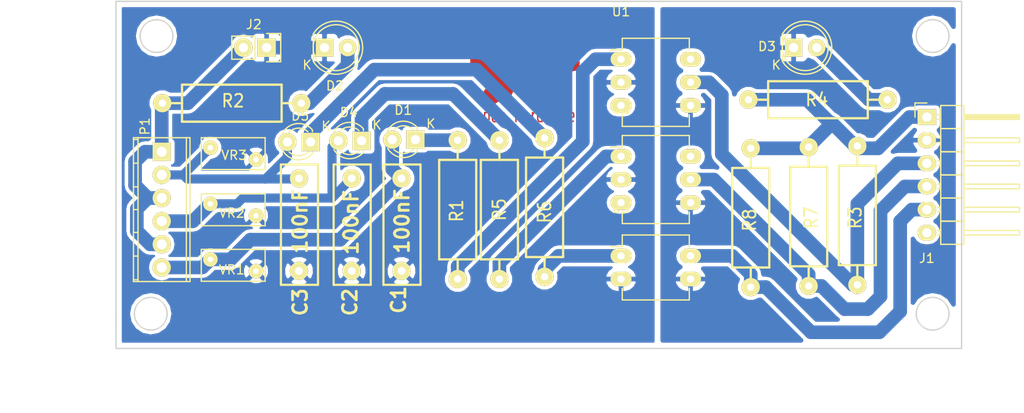
<source format=kicad_pcb>
(kicad_pcb (version 4) (host pcbnew 4.0.2+dfsg1-stable)

  (general
    (links 45)
    (no_connects 0)
    (area 54.534999 28.499999 147.395001 66.750001)
    (thickness 1.6)
    (drawings 13)
    (tracks 110)
    (zones 0)
    (modules 26)
    (nets 22)
  )

  (page User 200 140.005)
  (title_block
    (title "Lazos de Corriente")
    (date 2018-01-29)
    (rev 1.0)
  )

  (layers
    (0 F.Cu signal)
    (31 B.Cu signal)
    (32 B.Adhes user)
    (33 F.Adhes user)
    (34 B.Paste user)
    (35 F.Paste user)
    (36 B.SilkS user)
    (37 F.SilkS user)
    (38 B.Mask user)
    (39 F.Mask user)
    (40 Dwgs.User user)
    (41 Cmts.User user)
    (42 Eco1.User user)
    (43 Eco2.User user)
    (44 Edge.Cuts user)
    (45 Margin user)
    (46 B.CrtYd user)
    (47 F.CrtYd user)
    (48 B.Fab user)
    (49 F.Fab user)
  )

  (setup
    (last_trace_width 1.5)
    (user_trace_width 1)
    (user_trace_width 1.2)
    (user_trace_width 1.5)
    (user_trace_width 2)
    (trace_clearance 0.2)
    (zone_clearance 0.4)
    (zone_45_only no)
    (trace_min 1)
    (segment_width 0.2)
    (edge_width 0.15)
    (via_size 1.2)
    (via_drill 1)
    (via_min_size 1)
    (via_min_drill 1)
    (uvia_size 0.8)
    (uvia_drill 0.4)
    (uvias_allowed no)
    (uvia_min_size 0.8)
    (uvia_min_drill 0.4)
    (pcb_text_width 0.3)
    (pcb_text_size 1.5 1.5)
    (mod_edge_width 0.15)
    (mod_text_size 1 1)
    (mod_text_width 0.15)
    (pad_size 1.524 1.524)
    (pad_drill 0.762)
    (pad_to_mask_clearance 0.2)
    (aux_axis_origin 0 0)
    (visible_elements FFFFFF7F)
    (pcbplotparams
      (layerselection 0x00030_80000001)
      (usegerberextensions false)
      (excludeedgelayer true)
      (linewidth 0.050000)
      (plotframeref false)
      (viasonmask false)
      (mode 1)
      (useauxorigin false)
      (hpglpennumber 1)
      (hpglpenspeed 20)
      (hpglpendiameter 15)
      (hpglpenoverlay 2)
      (psnegative false)
      (psa4output false)
      (plotreference true)
      (plotvalue true)
      (plotinvisibletext false)
      (padsonsilk false)
      (subtractmaskfromsilk false)
      (outputformat 1)
      (mirror false)
      (drillshape 1)
      (scaleselection 1)
      (outputdirectory ""))
  )

  (net 0 "")
  (net 1 GNDPWR)
  (net 2 "Net-(D1-Pad1)")
  (net 3 Earth)
  (net 4 "Net-(D2-Pad2)")
  (net 5 "Net-(D3-Pad2)")
  (net 6 "Net-(J1-Pad3)")
  (net 7 "Net-(J1-Pad4)")
  (net 8 "Net-(J1-Pad5)")
  (net 9 "Net-(J1-Pad6)")
  (net 10 "Net-(R1-Pad1)")
  (net 11 VCC)
  (net 12 "Net-(C1-Pad1)")
  (net 13 "Net-(C2-Pad1)")
  (net 14 "Net-(C3-Pad1)")
  (net 15 "Net-(D4-Pad1)")
  (net 16 "Net-(D5-Pad1)")
  (net 17 VPP)
  (net 18 "Net-(R5-Pad1)")
  (net 19 "Net-(R6-Pad1)")
  (net 20 "Net-(U1-Pad6)")
  (net 21 "Net-(U2-Pad6)")

  (net_class Default "This is the default net class."
    (clearance 0.2)
    (trace_width 1)
    (via_dia 1.2)
    (via_drill 1)
    (uvia_dia 0.8)
    (uvia_drill 0.4)
    (add_net Earth)
    (add_net GNDPWR)
    (add_net "Net-(C1-Pad1)")
    (add_net "Net-(C2-Pad1)")
    (add_net "Net-(C3-Pad1)")
    (add_net "Net-(D1-Pad1)")
    (add_net "Net-(D2-Pad2)")
    (add_net "Net-(D3-Pad2)")
    (add_net "Net-(D4-Pad1)")
    (add_net "Net-(D5-Pad1)")
    (add_net "Net-(J1-Pad3)")
    (add_net "Net-(J1-Pad4)")
    (add_net "Net-(J1-Pad5)")
    (add_net "Net-(J1-Pad6)")
    (add_net "Net-(R1-Pad1)")
    (add_net "Net-(R5-Pad1)")
    (add_net "Net-(R6-Pad1)")
    (add_net "Net-(U1-Pad6)")
    (add_net "Net-(U2-Pad6)")
    (add_net VCC)
    (add_net VPP)
  )

  (module LEDs:LED-5MM (layer F.Cu) (tedit 5A6D657F) (tstamp 5A6BF3A4)
    (at 77.47 33.655)
    (descr "LED 5mm round vertical")
    (tags "LED 5mm round vertical")
    (path /5A6BFC81)
    (fp_text reference D2 (at 1.143 4.191) (layer F.SilkS)
      (effects (font (size 1 1) (thickness 0.15)))
    )
    (fp_text value Led_Small (at 1.524 -3.937) (layer F.Fab)
      (effects (font (size 1 1) (thickness 0.15)))
    )
    (fp_line (start -1.5 -1.55) (end -1.5 1.55) (layer F.CrtYd) (width 0.05))
    (fp_arc (start 1.3 0) (end -1.5 1.55) (angle -302) (layer F.CrtYd) (width 0.05))
    (fp_arc (start 1.27 0) (end -1.23 -1.5) (angle 297.5) (layer F.SilkS) (width 0.15))
    (fp_line (start -1.23 1.5) (end -1.23 -1.5) (layer F.SilkS) (width 0.15))
    (fp_circle (center 1.27 0) (end 0.97 -2.5) (layer F.SilkS) (width 0.15))
    (fp_text user K (at -1.905 1.905) (layer F.SilkS)
      (effects (font (size 1 1) (thickness 0.15)))
    )
    (pad 1 thru_hole rect (at 0 0 90) (size 2 1.9) (drill 1.00076) (layers *.Cu *.Mask F.SilkS)
      (net 1 GNDPWR))
    (pad 2 thru_hole circle (at 2.54 0) (size 1.9 1.9) (drill 1.00076) (layers *.Cu *.Mask F.SilkS)
      (net 4 "Net-(D2-Pad2)"))
    (model LEDs.3dshapes/LED-5MM.wrl
      (at (xyz 0.05 0 0))
      (scale (xyz 1 1 1))
      (rotate (xyz 0 0 90))
    )
  )

  (module LEDs:LED-5MM (layer F.Cu) (tedit 5A6D6563) (tstamp 5A6BF3AA)
    (at 128.905 33.655)
    (descr "LED 5mm round vertical")
    (tags "LED 5mm round vertical")
    (path /5A6BF0E9)
    (fp_text reference D3 (at -2.921 -0.127) (layer F.SilkS)
      (effects (font (size 1 1) (thickness 0.15)))
    )
    (fp_text value Led_Small (at 1.524 -3.937) (layer F.Fab)
      (effects (font (size 1 1) (thickness 0.15)))
    )
    (fp_line (start -1.5 -1.55) (end -1.5 1.55) (layer F.CrtYd) (width 0.05))
    (fp_arc (start 1.3 0) (end -1.5 1.55) (angle -302) (layer F.CrtYd) (width 0.05))
    (fp_arc (start 1.27 0) (end -1.23 -1.5) (angle 297.5) (layer F.SilkS) (width 0.15))
    (fp_line (start -1.23 1.5) (end -1.23 -1.5) (layer F.SilkS) (width 0.15))
    (fp_circle (center 1.27 0) (end 0.97 -2.5) (layer F.SilkS) (width 0.15))
    (fp_text user K (at -1.905 1.905) (layer F.SilkS)
      (effects (font (size 1 1) (thickness 0.15)))
    )
    (pad 1 thru_hole rect (at 0 0 90) (size 2 1.9) (drill 1.00076) (layers *.Cu *.Mask F.SilkS)
      (net 3 Earth))
    (pad 2 thru_hole circle (at 2.54 0) (size 1.9 1.9) (drill 1.00076) (layers *.Cu *.Mask F.SilkS)
      (net 5 "Net-(D3-Pad2)"))
    (model LEDs.3dshapes/LED-5MM.wrl
      (at (xyz 0.05 0 0))
      (scale (xyz 1 1 1))
      (rotate (xyz 0 0 90))
    )
  )

  (module Pin_Headers:Pin_Header_Angled_1x06 (layer F.Cu) (tedit 5A6D6598) (tstamp 5A6BF3B4)
    (at 143.51 41.275)
    (descr "Through hole pin header")
    (tags "pin header")
    (path /5A6BE0EF)
    (fp_text reference J1 (at 0 15.494) (layer F.SilkS)
      (effects (font (size 1 1) (thickness 0.15)))
    )
    (fp_text value HEADER_6 (at 0 -3.1) (layer F.Fab)
      (effects (font (size 1 1) (thickness 0.15)))
    )
    (fp_line (start -1.5 -1.75) (end -1.5 14.45) (layer F.CrtYd) (width 0.05))
    (fp_line (start 10.65 -1.75) (end 10.65 14.45) (layer F.CrtYd) (width 0.05))
    (fp_line (start -1.5 -1.75) (end 10.65 -1.75) (layer F.CrtYd) (width 0.05))
    (fp_line (start -1.5 14.45) (end 10.65 14.45) (layer F.CrtYd) (width 0.05))
    (fp_line (start -1.3 -1.55) (end -1.3 0) (layer F.SilkS) (width 0.15))
    (fp_line (start 0 -1.55) (end -1.3 -1.55) (layer F.SilkS) (width 0.15))
    (fp_line (start 4.191 -0.127) (end 10.033 -0.127) (layer F.SilkS) (width 0.15))
    (fp_line (start 10.033 -0.127) (end 10.033 0.127) (layer F.SilkS) (width 0.15))
    (fp_line (start 10.033 0.127) (end 4.191 0.127) (layer F.SilkS) (width 0.15))
    (fp_line (start 4.191 0.127) (end 4.191 0) (layer F.SilkS) (width 0.15))
    (fp_line (start 4.191 0) (end 10.033 0) (layer F.SilkS) (width 0.15))
    (fp_line (start 1.524 -0.254) (end 1.143 -0.254) (layer F.SilkS) (width 0.15))
    (fp_line (start 1.524 0.254) (end 1.143 0.254) (layer F.SilkS) (width 0.15))
    (fp_line (start 1.524 2.286) (end 1.143 2.286) (layer F.SilkS) (width 0.15))
    (fp_line (start 1.524 2.794) (end 1.143 2.794) (layer F.SilkS) (width 0.15))
    (fp_line (start 1.524 4.826) (end 1.143 4.826) (layer F.SilkS) (width 0.15))
    (fp_line (start 1.524 5.334) (end 1.143 5.334) (layer F.SilkS) (width 0.15))
    (fp_line (start 1.524 12.954) (end 1.143 12.954) (layer F.SilkS) (width 0.15))
    (fp_line (start 1.524 12.446) (end 1.143 12.446) (layer F.SilkS) (width 0.15))
    (fp_line (start 1.524 10.414) (end 1.143 10.414) (layer F.SilkS) (width 0.15))
    (fp_line (start 1.524 9.906) (end 1.143 9.906) (layer F.SilkS) (width 0.15))
    (fp_line (start 1.524 7.874) (end 1.143 7.874) (layer F.SilkS) (width 0.15))
    (fp_line (start 1.524 7.366) (end 1.143 7.366) (layer F.SilkS) (width 0.15))
    (fp_line (start 1.524 -1.27) (end 4.064 -1.27) (layer F.SilkS) (width 0.15))
    (fp_line (start 1.524 1.27) (end 4.064 1.27) (layer F.SilkS) (width 0.15))
    (fp_line (start 1.524 1.27) (end 1.524 3.81) (layer F.SilkS) (width 0.15))
    (fp_line (start 1.524 3.81) (end 4.064 3.81) (layer F.SilkS) (width 0.15))
    (fp_line (start 4.064 2.286) (end 10.16 2.286) (layer F.SilkS) (width 0.15))
    (fp_line (start 10.16 2.286) (end 10.16 2.794) (layer F.SilkS) (width 0.15))
    (fp_line (start 10.16 2.794) (end 4.064 2.794) (layer F.SilkS) (width 0.15))
    (fp_line (start 4.064 3.81) (end 4.064 1.27) (layer F.SilkS) (width 0.15))
    (fp_line (start 4.064 1.27) (end 4.064 -1.27) (layer F.SilkS) (width 0.15))
    (fp_line (start 10.16 0.254) (end 4.064 0.254) (layer F.SilkS) (width 0.15))
    (fp_line (start 10.16 -0.254) (end 10.16 0.254) (layer F.SilkS) (width 0.15))
    (fp_line (start 4.064 -0.254) (end 10.16 -0.254) (layer F.SilkS) (width 0.15))
    (fp_line (start 1.524 1.27) (end 4.064 1.27) (layer F.SilkS) (width 0.15))
    (fp_line (start 1.524 -1.27) (end 1.524 1.27) (layer F.SilkS) (width 0.15))
    (fp_line (start 1.524 8.89) (end 4.064 8.89) (layer F.SilkS) (width 0.15))
    (fp_line (start 1.524 8.89) (end 1.524 11.43) (layer F.SilkS) (width 0.15))
    (fp_line (start 1.524 11.43) (end 4.064 11.43) (layer F.SilkS) (width 0.15))
    (fp_line (start 4.064 9.906) (end 10.16 9.906) (layer F.SilkS) (width 0.15))
    (fp_line (start 10.16 9.906) (end 10.16 10.414) (layer F.SilkS) (width 0.15))
    (fp_line (start 10.16 10.414) (end 4.064 10.414) (layer F.SilkS) (width 0.15))
    (fp_line (start 4.064 11.43) (end 4.064 8.89) (layer F.SilkS) (width 0.15))
    (fp_line (start 4.064 13.97) (end 4.064 11.43) (layer F.SilkS) (width 0.15))
    (fp_line (start 10.16 12.954) (end 4.064 12.954) (layer F.SilkS) (width 0.15))
    (fp_line (start 10.16 12.446) (end 10.16 12.954) (layer F.SilkS) (width 0.15))
    (fp_line (start 4.064 12.446) (end 10.16 12.446) (layer F.SilkS) (width 0.15))
    (fp_line (start 1.524 13.97) (end 4.064 13.97) (layer F.SilkS) (width 0.15))
    (fp_line (start 1.524 11.43) (end 1.524 13.97) (layer F.SilkS) (width 0.15))
    (fp_line (start 1.524 11.43) (end 4.064 11.43) (layer F.SilkS) (width 0.15))
    (fp_line (start 1.524 6.35) (end 4.064 6.35) (layer F.SilkS) (width 0.15))
    (fp_line (start 1.524 6.35) (end 1.524 8.89) (layer F.SilkS) (width 0.15))
    (fp_line (start 1.524 8.89) (end 4.064 8.89) (layer F.SilkS) (width 0.15))
    (fp_line (start 4.064 7.366) (end 10.16 7.366) (layer F.SilkS) (width 0.15))
    (fp_line (start 10.16 7.366) (end 10.16 7.874) (layer F.SilkS) (width 0.15))
    (fp_line (start 10.16 7.874) (end 4.064 7.874) (layer F.SilkS) (width 0.15))
    (fp_line (start 4.064 8.89) (end 4.064 6.35) (layer F.SilkS) (width 0.15))
    (fp_line (start 4.064 6.35) (end 4.064 3.81) (layer F.SilkS) (width 0.15))
    (fp_line (start 10.16 5.334) (end 4.064 5.334) (layer F.SilkS) (width 0.15))
    (fp_line (start 10.16 4.826) (end 10.16 5.334) (layer F.SilkS) (width 0.15))
    (fp_line (start 4.064 4.826) (end 10.16 4.826) (layer F.SilkS) (width 0.15))
    (fp_line (start 1.524 6.35) (end 4.064 6.35) (layer F.SilkS) (width 0.15))
    (fp_line (start 1.524 3.81) (end 1.524 6.35) (layer F.SilkS) (width 0.15))
    (fp_line (start 1.524 3.81) (end 4.064 3.81) (layer F.SilkS) (width 0.15))
    (pad 1 thru_hole rect (at 0 0) (size 2.032 1.7272) (drill 1.016) (layers *.Cu *.Mask F.SilkS)
      (net 11 VCC))
    (pad 2 thru_hole oval (at 0 2.54) (size 2.032 1.7272) (drill 1.016) (layers *.Cu *.Mask F.SilkS)
      (net 3 Earth))
    (pad 3 thru_hole oval (at 0 5.08) (size 2.032 1.7272) (drill 1.016) (layers *.Cu *.Mask F.SilkS)
      (net 6 "Net-(J1-Pad3)"))
    (pad 4 thru_hole oval (at 0 7.62) (size 2.032 1.7272) (drill 1.016) (layers *.Cu *.Mask F.SilkS)
      (net 7 "Net-(J1-Pad4)"))
    (pad 5 thru_hole oval (at 0 10.16) (size 2.032 1.7272) (drill 1.016) (layers *.Cu *.Mask F.SilkS)
      (net 8 "Net-(J1-Pad5)"))
    (pad 6 thru_hole oval (at 0 12.7) (size 2.032 1.7272) (drill 1.016) (layers *.Cu *.Mask F.SilkS)
      (net 9 "Net-(J1-Pad6)"))
    (model Pin_Headers.3dshapes/Pin_Header_Angled_1x06.wrl
      (at (xyz 0 -0.25 0))
      (scale (xyz 1 1 1))
      (rotate (xyz 0 0 90))
    )
  )

  (module Varistors:RV_Disc_D7_W3.5_P5 (layer F.Cu) (tedit 5A6D6529) (tstamp 5A6BF3E6)
    (at 64.9605 56.896)
    (tags "varistor SIOV")
    (path /5A6BDD1D)
    (fp_text reference VR1 (at 2.3495 1.143) (layer F.SilkS)
      (effects (font (size 1 1) (thickness 0.15)))
    )
    (fp_text value VR (at 2.5 -2.1) (layer F.Fab)
      (effects (font (size 1 1) (thickness 0.15)))
    )
    (fp_line (start -1.25 2.65) (end 6.25 2.65) (layer F.CrtYd) (width 0.05))
    (fp_line (start -1.25 -1.35) (end 6.25 -1.35) (layer F.CrtYd) (width 0.05))
    (fp_line (start 6.25 -1.35) (end 6.25 2.65) (layer F.CrtYd) (width 0.05))
    (fp_line (start -1.25 -1.35) (end -1.25 2.65) (layer F.CrtYd) (width 0.05))
    (fp_line (start -1 2.4) (end 6 2.4) (layer F.SilkS) (width 0.15))
    (fp_line (start -1 -1.1) (end 6 -1.1) (layer F.SilkS) (width 0.15))
    (fp_line (start 6 -1.1) (end 6 2.4) (layer F.SilkS) (width 0.15))
    (fp_line (start -1 -1.1) (end -1 2.4) (layer F.SilkS) (width 0.15))
    (pad 1 thru_hole circle (at 0 0) (size 1.6 1.6) (drill 0.6) (layers *.Cu *.Mask F.SilkS)
      (net 12 "Net-(C1-Pad1)"))
    (pad 2 thru_hole circle (at 5 1.3) (size 1.6 1.6) (drill 0.6) (layers *.Cu *.Mask F.SilkS)
      (net 1 GNDPWR))
  )

  (module w_capacitors:cnp_13x4mm (layer F.Cu) (tedit 5A6D6508) (tstamp 5A6CCFE9)
    (at 85.9155 53.086 270)
    (descr "Capacitor non pol, 13x4mm")
    (path /5A6BDCDF)
    (fp_text reference C1 (at 8.255 0.3175 270) (layer F.SilkS)
      (effects (font (thickness 0.3048)))
    )
    (fp_text value 100nF (at -0.381 -0.0635 270) (layer F.SilkS)
      (effects (font (thickness 0.3048)))
    )
    (fp_line (start 6.604 1.9812) (end -6.604 1.9812) (layer F.SilkS) (width 0.24892))
    (fp_line (start -6.604 -2.0828) (end 6.604 -2.0828) (layer F.SilkS) (width 0.24892))
    (fp_line (start 6.604 1.9812) (end 6.604 -2.0828) (layer F.SilkS) (width 0.24892))
    (fp_line (start -6.604 -2.0828) (end -6.604 1.9812) (layer F.SilkS) (width 0.24892))
    (pad 1 thru_hole circle (at -5.08 0 270) (size 1.99898 1.99898) (drill 0.84836) (layers *.Cu *.Mask F.SilkS)
      (net 12 "Net-(C1-Pad1)"))
    (pad 2 thru_hole circle (at 5.08 0 270) (size 1.99898 1.99898) (drill 0.84836) (layers *.Cu *.Mask F.SilkS)
      (net 1 GNDPWR))
    (model walter/capacitors/cnp_13x4mm.wrl
      (at (xyz 0 0 0))
      (scale (xyz 1 1 1))
      (rotate (xyz 0 0 0))
    )
  )

  (module w_capacitors:cnp_13x4mm (layer F.Cu) (tedit 5A6D6505) (tstamp 5A6CCFF3)
    (at 80.4545 53.086 270)
    (descr "Capacitor non pol, 13x4mm")
    (path /5A6C157E)
    (fp_text reference C2 (at 8.509 0.1905 270) (layer F.SilkS)
      (effects (font (thickness 0.3048)))
    )
    (fp_text value 100nF (at -0.254 0.0635 270) (layer F.SilkS)
      (effects (font (thickness 0.3048)))
    )
    (fp_line (start 6.604 1.9812) (end -6.604 1.9812) (layer F.SilkS) (width 0.24892))
    (fp_line (start -6.604 -2.0828) (end 6.604 -2.0828) (layer F.SilkS) (width 0.24892))
    (fp_line (start 6.604 1.9812) (end 6.604 -2.0828) (layer F.SilkS) (width 0.24892))
    (fp_line (start -6.604 -2.0828) (end -6.604 1.9812) (layer F.SilkS) (width 0.24892))
    (pad 1 thru_hole circle (at -5.08 0 270) (size 1.99898 1.99898) (drill 0.84836) (layers *.Cu *.Mask F.SilkS)
      (net 13 "Net-(C2-Pad1)"))
    (pad 2 thru_hole circle (at 5.08 0 270) (size 1.99898 1.99898) (drill 0.84836) (layers *.Cu *.Mask F.SilkS)
      (net 1 GNDPWR))
    (model walter/capacitors/cnp_13x4mm.wrl
      (at (xyz 0 0 0))
      (scale (xyz 1 1 1))
      (rotate (xyz 0 0 0))
    )
  )

  (module w_capacitors:cnp_13x4mm (layer F.Cu) (tedit 5A6D6502) (tstamp 5A6CCFF9)
    (at 74.676 53.086 270)
    (descr "Capacitor non pol, 13x4mm")
    (path /5A6C1918)
    (fp_text reference C3 (at 8.509 -0.127 270) (layer F.SilkS)
      (effects (font (thickness 0.3048)))
    )
    (fp_text value 100nF (at -0.381 -0.127 270) (layer F.SilkS)
      (effects (font (thickness 0.3048)))
    )
    (fp_line (start 6.604 1.9812) (end -6.604 1.9812) (layer F.SilkS) (width 0.24892))
    (fp_line (start -6.604 -2.0828) (end 6.604 -2.0828) (layer F.SilkS) (width 0.24892))
    (fp_line (start 6.604 1.9812) (end 6.604 -2.0828) (layer F.SilkS) (width 0.24892))
    (fp_line (start -6.604 -2.0828) (end -6.604 1.9812) (layer F.SilkS) (width 0.24892))
    (pad 1 thru_hole circle (at -5.08 0 270) (size 1.99898 1.99898) (drill 0.84836) (layers *.Cu *.Mask F.SilkS)
      (net 14 "Net-(C3-Pad1)"))
    (pad 2 thru_hole circle (at 5.08 0 270) (size 1.99898 1.99898) (drill 0.84836) (layers *.Cu *.Mask F.SilkS)
      (net 1 GNDPWR))
    (model walter/capacitors/cnp_13x4mm.wrl
      (at (xyz 0 0 0))
      (scale (xyz 1 1 1))
      (rotate (xyz 0 0 0))
    )
  )

  (module LEDs:LED-3MM (layer F.Cu) (tedit 5A6D6573) (tstamp 5A6CCFFA)
    (at 87.4395 43.7515 180)
    (descr "LED 3mm round vertical")
    (tags "LED  3mm round vertical")
    (path /5A6BD7BB)
    (fp_text reference D1 (at 1.3335 3.2385 180) (layer F.SilkS)
      (effects (font (size 1 1) (thickness 0.15)))
    )
    (fp_text value Led_Small (at 0.9525 -2.921 180) (layer F.Fab)
      (effects (font (size 1 1) (thickness 0.15)))
    )
    (fp_line (start -1.2 2.3) (end 3.8 2.3) (layer F.CrtYd) (width 0.05))
    (fp_line (start 3.8 2.3) (end 3.8 -2.2) (layer F.CrtYd) (width 0.05))
    (fp_line (start 3.8 -2.2) (end -1.2 -2.2) (layer F.CrtYd) (width 0.05))
    (fp_line (start -1.2 -2.2) (end -1.2 2.3) (layer F.CrtYd) (width 0.05))
    (fp_line (start -0.199 1.314) (end -0.199 1.114) (layer F.SilkS) (width 0.15))
    (fp_line (start -0.199 -1.28) (end -0.199 -1.1) (layer F.SilkS) (width 0.15))
    (fp_arc (start 1.301 0.034) (end -0.199 -1.286) (angle 108.5) (layer F.SilkS) (width 0.15))
    (fp_arc (start 1.301 0.034) (end 0.25 -1.1) (angle 85.7) (layer F.SilkS) (width 0.15))
    (fp_arc (start 1.311 0.034) (end 3.051 0.994) (angle 110) (layer F.SilkS) (width 0.15))
    (fp_arc (start 1.301 0.034) (end 2.335 1.094) (angle 87.5) (layer F.SilkS) (width 0.15))
    (fp_text user K (at -1.69 1.74 180) (layer F.SilkS)
      (effects (font (size 1 1) (thickness 0.15)))
    )
    (pad 1 thru_hole rect (at 0 0 270) (size 2 2) (drill 1.00076) (layers *.Cu *.Mask F.SilkS)
      (net 2 "Net-(D1-Pad1)"))
    (pad 2 thru_hole circle (at 2.54 0 180) (size 2 2) (drill 1.00076) (layers *.Cu *.Mask F.SilkS)
      (net 12 "Net-(C1-Pad1)"))
    (model LEDs.3dshapes/LED-3MM.wrl
      (at (xyz 0.05 0 0))
      (scale (xyz 1 1 1))
      (rotate (xyz 0 0 90))
    )
  )

  (module LEDs:LED-3MM (layer F.Cu) (tedit 5A6D6570) (tstamp 5A6CD004)
    (at 81.534 43.8785 180)
    (descr "LED 3mm round vertical")
    (tags "LED  3mm round vertical")
    (path /5A6C1557)
    (fp_text reference D4 (at 1.397 3.1115 180) (layer F.SilkS)
      (effects (font (size 1 1) (thickness 0.15)))
    )
    (fp_text value Led_Small (at 0.3175 -3.048 180) (layer F.Fab)
      (effects (font (size 1 1) (thickness 0.15)))
    )
    (fp_line (start -1.2 2.3) (end 3.8 2.3) (layer F.CrtYd) (width 0.05))
    (fp_line (start 3.8 2.3) (end 3.8 -2.2) (layer F.CrtYd) (width 0.05))
    (fp_line (start 3.8 -2.2) (end -1.2 -2.2) (layer F.CrtYd) (width 0.05))
    (fp_line (start -1.2 -2.2) (end -1.2 2.3) (layer F.CrtYd) (width 0.05))
    (fp_line (start -0.199 1.314) (end -0.199 1.114) (layer F.SilkS) (width 0.15))
    (fp_line (start -0.199 -1.28) (end -0.199 -1.1) (layer F.SilkS) (width 0.15))
    (fp_arc (start 1.301 0.034) (end -0.199 -1.286) (angle 108.5) (layer F.SilkS) (width 0.15))
    (fp_arc (start 1.301 0.034) (end 0.25 -1.1) (angle 85.7) (layer F.SilkS) (width 0.15))
    (fp_arc (start 1.311 0.034) (end 3.051 0.994) (angle 110) (layer F.SilkS) (width 0.15))
    (fp_arc (start 1.301 0.034) (end 2.335 1.094) (angle 87.5) (layer F.SilkS) (width 0.15))
    (fp_text user K (at -1.69 1.74 180) (layer F.SilkS)
      (effects (font (size 1 1) (thickness 0.15)))
    )
    (pad 1 thru_hole rect (at 0 0 270) (size 2 2) (drill 1.00076) (layers *.Cu *.Mask F.SilkS)
      (net 15 "Net-(D4-Pad1)"))
    (pad 2 thru_hole circle (at 2.54 0 180) (size 2 2) (drill 1.00076) (layers *.Cu *.Mask F.SilkS)
      (net 13 "Net-(C2-Pad1)"))
    (model LEDs.3dshapes/LED-3MM.wrl
      (at (xyz 0.05 0 0))
      (scale (xyz 1 1 1))
      (rotate (xyz 0 0 90))
    )
  )

  (module LEDs:LED-3MM (layer F.Cu) (tedit 5A6D656C) (tstamp 5A6CD00A)
    (at 75.946 44.0055 180)
    (descr "LED 3mm round vertical")
    (tags "LED  3mm round vertical")
    (path /5A6C18F1)
    (fp_text reference D5 (at 1.143 2.8575 180) (layer F.SilkS)
      (effects (font (size 1 1) (thickness 0.15)))
    )
    (fp_text value Led_Small (at 1.3 -2.9 180) (layer F.Fab)
      (effects (font (size 1 1) (thickness 0.15)))
    )
    (fp_line (start -1.2 2.3) (end 3.8 2.3) (layer F.CrtYd) (width 0.05))
    (fp_line (start 3.8 2.3) (end 3.8 -2.2) (layer F.CrtYd) (width 0.05))
    (fp_line (start 3.8 -2.2) (end -1.2 -2.2) (layer F.CrtYd) (width 0.05))
    (fp_line (start -1.2 -2.2) (end -1.2 2.3) (layer F.CrtYd) (width 0.05))
    (fp_line (start -0.199 1.314) (end -0.199 1.114) (layer F.SilkS) (width 0.15))
    (fp_line (start -0.199 -1.28) (end -0.199 -1.1) (layer F.SilkS) (width 0.15))
    (fp_arc (start 1.301 0.034) (end -0.199 -1.286) (angle 108.5) (layer F.SilkS) (width 0.15))
    (fp_arc (start 1.301 0.034) (end 0.25 -1.1) (angle 85.7) (layer F.SilkS) (width 0.15))
    (fp_arc (start 1.311 0.034) (end 3.051 0.994) (angle 110) (layer F.SilkS) (width 0.15))
    (fp_arc (start 1.301 0.034) (end 2.335 1.094) (angle 87.5) (layer F.SilkS) (width 0.15))
    (fp_text user K (at -1.69 1.74 180) (layer F.SilkS)
      (effects (font (size 1 1) (thickness 0.15)))
    )
    (pad 1 thru_hole rect (at 0 0 270) (size 2 2) (drill 1.00076) (layers *.Cu *.Mask F.SilkS)
      (net 16 "Net-(D5-Pad1)"))
    (pad 2 thru_hole circle (at 2.54 0 180) (size 2 2) (drill 1.00076) (layers *.Cu *.Mask F.SilkS)
      (net 14 "Net-(C3-Pad1)"))
    (model LEDs.3dshapes/LED-3MM.wrl
      (at (xyz 0.05 0 0))
      (scale (xyz 1 1 1))
      (rotate (xyz 0 0 90))
    )
  )

  (module Pin_Headers:Pin_Header_Straight_1x02 (layer F.Cu) (tedit 5A6D657A) (tstamp 5A6CD00B)
    (at 71.12 33.655 270)
    (descr "Through hole pin header")
    (tags "pin header")
    (path /5A6CE98E)
    (fp_text reference J2 (at -2.54 1.397 360) (layer F.SilkS)
      (effects (font (size 1 1) (thickness 0.15)))
    )
    (fp_text value HEADER_2 (at 0 -3.1 270) (layer F.Fab)
      (effects (font (size 1 1) (thickness 0.15)))
    )
    (fp_line (start 1.27 1.27) (end 1.27 3.81) (layer F.SilkS) (width 0.15))
    (fp_line (start 1.55 -1.55) (end 1.55 0) (layer F.SilkS) (width 0.15))
    (fp_line (start -1.75 -1.75) (end -1.75 4.3) (layer F.CrtYd) (width 0.05))
    (fp_line (start 1.75 -1.75) (end 1.75 4.3) (layer F.CrtYd) (width 0.05))
    (fp_line (start -1.75 -1.75) (end 1.75 -1.75) (layer F.CrtYd) (width 0.05))
    (fp_line (start -1.75 4.3) (end 1.75 4.3) (layer F.CrtYd) (width 0.05))
    (fp_line (start 1.27 1.27) (end -1.27 1.27) (layer F.SilkS) (width 0.15))
    (fp_line (start -1.55 0) (end -1.55 -1.55) (layer F.SilkS) (width 0.15))
    (fp_line (start -1.55 -1.55) (end 1.55 -1.55) (layer F.SilkS) (width 0.15))
    (fp_line (start -1.27 1.27) (end -1.27 3.81) (layer F.SilkS) (width 0.15))
    (fp_line (start -1.27 3.81) (end 1.27 3.81) (layer F.SilkS) (width 0.15))
    (pad 1 thru_hole rect (at 0 0 270) (size 2.032 2.032) (drill 1.016) (layers *.Cu *.Mask F.SilkS)
      (net 1 GNDPWR))
    (pad 2 thru_hole oval (at 0 2.54 270) (size 2.032 2.032) (drill 1.016) (layers *.Cu *.Mask F.SilkS)
      (net 17 VPP))
    (model Pin_Headers.3dshapes/Pin_Header_Straight_1x02.wrl
      (at (xyz 0 -0.05 0))
      (scale (xyz 1 1 1))
      (rotate (xyz 0 0 90))
    )
  )

  (module Terminal_Blocks:TerminalBlock_Pheonix_MPT-2.54mm_6pol (layer F.Cu) (tedit 5A6D658B) (tstamp 5A6CD019)
    (at 59.6265 45.085 270)
    (descr "6-way 2.54mm pitch terminal block, Phoenix MPT series")
    (path /5A6C0209)
    (fp_text reference P1 (at -2.794 1.8415 270) (layer F.SilkS)
      (effects (font (size 1 1) (thickness 0.15)))
    )
    (fp_text value CONN_01X06 (at 6.35 4.50088 270) (layer F.Fab)
      (effects (font (size 1 1) (thickness 0.15)))
    )
    (fp_line (start -1.778 -3.302) (end 14.478 -3.302) (layer F.CrtYd) (width 0.05))
    (fp_line (start -1.778 3.302) (end -1.778 -3.302) (layer F.CrtYd) (width 0.05))
    (fp_line (start 14.478 3.302) (end -1.778 3.302) (layer F.CrtYd) (width 0.05))
    (fp_line (start 14.478 -3.302) (end 14.478 3.302) (layer F.CrtYd) (width 0.05))
    (fp_line (start 14.2494 -3.0988) (end -1.5494 -3.0988) (layer F.SilkS) (width 0.15))
    (fp_line (start 14.2494 -2.70002) (end -1.5494 -2.70002) (layer F.SilkS) (width 0.15))
    (fp_line (start -1.5494 3.0988) (end 14.2494 3.0988) (layer F.SilkS) (width 0.15))
    (fp_line (start 14.2494 2.60096) (end -1.5494 2.60096) (layer F.SilkS) (width 0.15))
    (fp_line (start 11.45032 2.60096) (end 11.45032 3.0988) (layer F.SilkS) (width 0.15))
    (fp_line (start 8.84936 2.60096) (end 8.84936 3.0988) (layer F.SilkS) (width 0.15))
    (fp_line (start 6.34746 2.60096) (end 6.34746 3.0988) (layer F.SilkS) (width 0.15))
    (fp_line (start 3.85064 2.60096) (end 3.85064 3.0988) (layer F.SilkS) (width 0.15))
    (fp_line (start -1.3462 3.0988) (end -1.3462 2.60096) (layer F.SilkS) (width 0.15))
    (fp_line (start 14.0462 2.60096) (end 14.0462 3.0988) (layer F.SilkS) (width 0.15))
    (fp_line (start 1.25222 3.0988) (end 1.25222 2.60096) (layer F.SilkS) (width 0.15))
    (fp_line (start 14.24432 3.0988) (end 14.24432 -3.0988) (layer F.SilkS) (width 0.15))
    (fp_line (start -1.54432 -3.0988) (end -1.54432 3.0988) (layer F.SilkS) (width 0.15))
    (pad 4 thru_hole oval (at 7.62 0 90) (size 1.99898 1.99898) (drill 1.09728) (layers *.Cu *.Mask F.SilkS)
      (net 13 "Net-(C2-Pad1)"))
    (pad 1 thru_hole rect (at 0 0 90) (size 1.99898 1.99898) (drill 1.09728) (layers *.Cu *.Mask F.SilkS)
      (net 17 VPP))
    (pad 2 thru_hole oval (at 2.54 0 90) (size 1.99898 1.99898) (drill 1.09728) (layers *.Cu *.Mask F.SilkS)
      (net 14 "Net-(C3-Pad1)"))
    (pad 3 thru_hole oval (at 5.08 0 90) (size 1.99898 1.99898) (drill 1.09728) (layers *.Cu *.Mask F.SilkS)
      (net 17 VPP))
    (pad 5 thru_hole oval (at 10.16 0 90) (size 1.99898 1.99898) (drill 1.09728) (layers *.Cu *.Mask F.SilkS)
      (net 17 VPP))
    (pad 6 thru_hole oval (at 12.7 0 90) (size 1.99898 1.99898) (drill 1.09728) (layers *.Cu *.Mask F.SilkS)
      (net 12 "Net-(C1-Pad1)"))
    (model Terminal_Blocks.3dshapes/TerminalBlock_Pheonix_MPT-2.54mm_6pol.wrl
      (at (xyz 0.25 0 0))
      (scale (xyz 1 1 1))
      (rotate (xyz 0 0 0))
    )
  )

  (module Varistors:RV_Disc_D7_W3.5_P5 (layer F.Cu) (tedit 5A6D6525) (tstamp 5A6CD04B)
    (at 64.9605 50.8)
    (tags "varistor SIOV")
    (path /5A6C1584)
    (fp_text reference VR2 (at 2.3495 1.016) (layer F.SilkS)
      (effects (font (size 1 1) (thickness 0.15)))
    )
    (fp_text value VR (at 2.5 -2.1) (layer F.Fab)
      (effects (font (size 1 1) (thickness 0.15)))
    )
    (fp_line (start -1.25 2.65) (end 6.25 2.65) (layer F.CrtYd) (width 0.05))
    (fp_line (start -1.25 -1.35) (end 6.25 -1.35) (layer F.CrtYd) (width 0.05))
    (fp_line (start 6.25 -1.35) (end 6.25 2.65) (layer F.CrtYd) (width 0.05))
    (fp_line (start -1.25 -1.35) (end -1.25 2.65) (layer F.CrtYd) (width 0.05))
    (fp_line (start -1 2.4) (end 6 2.4) (layer F.SilkS) (width 0.15))
    (fp_line (start -1 -1.1) (end 6 -1.1) (layer F.SilkS) (width 0.15))
    (fp_line (start 6 -1.1) (end 6 2.4) (layer F.SilkS) (width 0.15))
    (fp_line (start -1 -1.1) (end -1 2.4) (layer F.SilkS) (width 0.15))
    (pad 1 thru_hole circle (at 0 0) (size 1.6 1.6) (drill 0.6) (layers *.Cu *.Mask F.SilkS)
      (net 13 "Net-(C2-Pad1)"))
    (pad 2 thru_hole circle (at 5 1.3) (size 1.6 1.6) (drill 0.6) (layers *.Cu *.Mask F.SilkS)
      (net 1 GNDPWR))
  )

  (module Varistors:RV_Disc_D7_W3.5_P5 (layer F.Cu) (tedit 5A6D6522) (tstamp 5A6CD051)
    (at 64.9605 44.6405)
    (tags "varistor SIOV")
    (path /5A6C191E)
    (fp_text reference VR3 (at 2.6035 0.8255) (layer F.SilkS)
      (effects (font (size 1 1) (thickness 0.15)))
    )
    (fp_text value VR (at 2.5 -2.1) (layer F.Fab)
      (effects (font (size 1 1) (thickness 0.15)))
    )
    (fp_line (start -1.25 2.65) (end 6.25 2.65) (layer F.CrtYd) (width 0.05))
    (fp_line (start -1.25 -1.35) (end 6.25 -1.35) (layer F.CrtYd) (width 0.05))
    (fp_line (start 6.25 -1.35) (end 6.25 2.65) (layer F.CrtYd) (width 0.05))
    (fp_line (start -1.25 -1.35) (end -1.25 2.65) (layer F.CrtYd) (width 0.05))
    (fp_line (start -1 2.4) (end 6 2.4) (layer F.SilkS) (width 0.15))
    (fp_line (start -1 -1.1) (end 6 -1.1) (layer F.SilkS) (width 0.15))
    (fp_line (start 6 -1.1) (end 6 2.4) (layer F.SilkS) (width 0.15))
    (fp_line (start -1 -1.1) (end -1 2.4) (layer F.SilkS) (width 0.15))
    (pad 1 thru_hole circle (at 0 0) (size 1.6 1.6) (drill 0.6) (layers *.Cu *.Mask F.SilkS)
      (net 14 "Net-(C3-Pad1)"))
    (pad 2 thru_hole circle (at 5 1.3) (size 1.6 1.6) (drill 0.6) (layers *.Cu *.Mask F.SilkS)
      (net 1 GNDPWR))
  )

  (module w_pth_resistors:RC07 (layer F.Cu) (tedit 5A6D650A) (tstamp 5A6D1ECF)
    (at 92.075 51.435 90)
    (descr "Resistor, RC07")
    (tags R)
    (path /5A6BD75E)
    (autoplace_cost180 10)
    (fp_text reference R1 (at -0.127 -0.127 90) (layer F.SilkS)
      (effects (font (size 1.397 1.27) (thickness 0.2032)))
    )
    (fp_text value 1k (at 0 1.016 90) (layer F.SilkS) hide
      (effects (font (size 1.397 1.27) (thickness 0.2032)))
    )
    (fp_line (start -5.461 0) (end -5.461 -2.032) (layer F.SilkS) (width 0.254))
    (fp_line (start -5.461 -2.032) (end 5.461 -2.032) (layer F.SilkS) (width 0.254))
    (fp_line (start 5.461 -2.032) (end 5.461 2.032) (layer F.SilkS) (width 0.254))
    (fp_line (start 5.461 2.032) (end -5.461 2.032) (layer F.SilkS) (width 0.254))
    (fp_line (start -5.461 2.032) (end -5.461 0) (layer F.SilkS) (width 0.254))
    (fp_line (start 5.461 0) (end 7.62 0) (layer F.SilkS) (width 0.254))
    (fp_line (start -7.62 0) (end -5.461 0) (layer F.SilkS) (width 0.254))
    (pad 1 thru_hole circle (at -7.62 0 90) (size 1.99898 1.99898) (drill 0.8001) (layers *.Cu *.Mask F.SilkS)
      (net 10 "Net-(R1-Pad1)"))
    (pad 2 thru_hole circle (at 7.62 0 90) (size 1.99898 1.99898) (drill 0.8001) (layers *.Cu *.Mask F.SilkS)
      (net 2 "Net-(D1-Pad1)"))
    (model walter/pth_resistors/rc07.wrl
      (at (xyz 0 0 0))
      (scale (xyz 1 1 1))
      (rotate (xyz 0 0 0))
    )
  )

  (module w_pth_resistors:RC07 (layer F.Cu) (tedit 5A6D652E) (tstamp 5A6D1ED4)
    (at 67.31 39.751)
    (descr "Resistor, RC07")
    (tags R)
    (path /5A6BFC7B)
    (autoplace_cost180 10)
    (fp_text reference R2 (at 0.127 -0.254) (layer F.SilkS)
      (effects (font (size 1.397 1.27) (thickness 0.2032)))
    )
    (fp_text value 1k5 (at 0 1.016) (layer F.SilkS) hide
      (effects (font (size 1.397 1.27) (thickness 0.2032)))
    )
    (fp_line (start -5.461 0) (end -5.461 -2.032) (layer F.SilkS) (width 0.254))
    (fp_line (start -5.461 -2.032) (end 5.461 -2.032) (layer F.SilkS) (width 0.254))
    (fp_line (start 5.461 -2.032) (end 5.461 2.032) (layer F.SilkS) (width 0.254))
    (fp_line (start 5.461 2.032) (end -5.461 2.032) (layer F.SilkS) (width 0.254))
    (fp_line (start -5.461 2.032) (end -5.461 0) (layer F.SilkS) (width 0.254))
    (fp_line (start 5.461 0) (end 7.62 0) (layer F.SilkS) (width 0.254))
    (fp_line (start -7.62 0) (end -5.461 0) (layer F.SilkS) (width 0.254))
    (pad 1 thru_hole circle (at -7.62 0) (size 1.99898 1.99898) (drill 0.8001) (layers *.Cu *.Mask F.SilkS)
      (net 17 VPP))
    (pad 2 thru_hole circle (at 7.62 0) (size 1.99898 1.99898) (drill 0.8001) (layers *.Cu *.Mask F.SilkS)
      (net 4 "Net-(D2-Pad2)"))
    (model walter/pth_resistors/rc07.wrl
      (at (xyz 0 0 0))
      (scale (xyz 1 1 1))
      (rotate (xyz 0 0 0))
    )
  )

  (module w_pth_resistors:RC07 (layer F.Cu) (tedit 5A6D6556) (tstamp 5A6D1ED9)
    (at 135.89 52.07 270)
    (descr "Resistor, RC07")
    (tags R)
    (path /5A6BDB10)
    (autoplace_cost180 10)
    (fp_text reference R3 (at 0.254 0.254 270) (layer F.SilkS)
      (effects (font (size 1.397 1.27) (thickness 0.2032)))
    )
    (fp_text value 2k4 (at 0 1.016 270) (layer F.SilkS) hide
      (effects (font (size 1.397 1.27) (thickness 0.2032)))
    )
    (fp_line (start -5.461 0) (end -5.461 -2.032) (layer F.SilkS) (width 0.254))
    (fp_line (start -5.461 -2.032) (end 5.461 -2.032) (layer F.SilkS) (width 0.254))
    (fp_line (start 5.461 -2.032) (end 5.461 2.032) (layer F.SilkS) (width 0.254))
    (fp_line (start 5.461 2.032) (end -5.461 2.032) (layer F.SilkS) (width 0.254))
    (fp_line (start -5.461 2.032) (end -5.461 0) (layer F.SilkS) (width 0.254))
    (fp_line (start 5.461 0) (end 7.62 0) (layer F.SilkS) (width 0.254))
    (fp_line (start -7.62 0) (end -5.461 0) (layer F.SilkS) (width 0.254))
    (pad 1 thru_hole circle (at -7.62 0 270) (size 1.99898 1.99898) (drill 0.8001) (layers *.Cu *.Mask F.SilkS)
      (net 11 VCC))
    (pad 2 thru_hole circle (at 7.62 0 270) (size 1.99898 1.99898) (drill 0.8001) (layers *.Cu *.Mask F.SilkS)
      (net 6 "Net-(J1-Pad3)"))
    (model walter/pth_resistors/rc07.wrl
      (at (xyz 0 0 0))
      (scale (xyz 1 1 1))
      (rotate (xyz 0 0 0))
    )
  )

  (module w_pth_resistors:RC07 (layer F.Cu) (tedit 5A6D655D) (tstamp 5A6D1EDE)
    (at 131.572 39.37)
    (descr "Resistor, RC07")
    (tags R)
    (path /5A6BF0A4)
    (autoplace_cost180 10)
    (fp_text reference R4 (at -0.127 0) (layer F.SilkS)
      (effects (font (size 1.397 1.27) (thickness 0.2032)))
    )
    (fp_text value 270 (at 0 1.016) (layer F.SilkS) hide
      (effects (font (size 1.397 1.27) (thickness 0.2032)))
    )
    (fp_line (start -5.461 0) (end -5.461 -2.032) (layer F.SilkS) (width 0.254))
    (fp_line (start -5.461 -2.032) (end 5.461 -2.032) (layer F.SilkS) (width 0.254))
    (fp_line (start 5.461 -2.032) (end 5.461 2.032) (layer F.SilkS) (width 0.254))
    (fp_line (start 5.461 2.032) (end -5.461 2.032) (layer F.SilkS) (width 0.254))
    (fp_line (start -5.461 2.032) (end -5.461 0) (layer F.SilkS) (width 0.254))
    (fp_line (start 5.461 0) (end 7.62 0) (layer F.SilkS) (width 0.254))
    (fp_line (start -7.62 0) (end -5.461 0) (layer F.SilkS) (width 0.254))
    (pad 1 thru_hole circle (at -7.62 0) (size 1.99898 1.99898) (drill 0.8001) (layers *.Cu *.Mask F.SilkS)
      (net 11 VCC))
    (pad 2 thru_hole circle (at 7.62 0) (size 1.99898 1.99898) (drill 0.8001) (layers *.Cu *.Mask F.SilkS)
      (net 5 "Net-(D3-Pad2)"))
    (model walter/pth_resistors/rc07.wrl
      (at (xyz 0 0 0))
      (scale (xyz 1 1 1))
      (rotate (xyz 0 0 0))
    )
  )

  (module w_pth_resistors:RC07 (layer F.Cu) (tedit 5A6D6512) (tstamp 5A6D1EE3)
    (at 96.647 51.435 90)
    (descr "Resistor, RC07")
    (tags R)
    (path /5A6C1551)
    (autoplace_cost180 10)
    (fp_text reference R5 (at 0 0 90) (layer F.SilkS)
      (effects (font (size 1.397 1.27) (thickness 0.2032)))
    )
    (fp_text value 1k (at 0 1.016 90) (layer F.SilkS) hide
      (effects (font (size 1.397 1.27) (thickness 0.2032)))
    )
    (fp_line (start -5.461 0) (end -5.461 -2.032) (layer F.SilkS) (width 0.254))
    (fp_line (start -5.461 -2.032) (end 5.461 -2.032) (layer F.SilkS) (width 0.254))
    (fp_line (start 5.461 -2.032) (end 5.461 2.032) (layer F.SilkS) (width 0.254))
    (fp_line (start 5.461 2.032) (end -5.461 2.032) (layer F.SilkS) (width 0.254))
    (fp_line (start -5.461 2.032) (end -5.461 0) (layer F.SilkS) (width 0.254))
    (fp_line (start 5.461 0) (end 7.62 0) (layer F.SilkS) (width 0.254))
    (fp_line (start -7.62 0) (end -5.461 0) (layer F.SilkS) (width 0.254))
    (pad 1 thru_hole circle (at -7.62 0 90) (size 1.99898 1.99898) (drill 0.8001) (layers *.Cu *.Mask F.SilkS)
      (net 18 "Net-(R5-Pad1)"))
    (pad 2 thru_hole circle (at 7.62 0 90) (size 1.99898 1.99898) (drill 0.8001) (layers *.Cu *.Mask F.SilkS)
      (net 15 "Net-(D4-Pad1)"))
    (model walter/pth_resistors/rc07.wrl
      (at (xyz 0 0 0))
      (scale (xyz 1 1 1))
      (rotate (xyz 0 0 0))
    )
  )

  (module w_pth_resistors:RC07 (layer F.Cu) (tedit 5A6D651A) (tstamp 5A6D1EE8)
    (at 101.6 51.181 90)
    (descr "Resistor, RC07")
    (tags R)
    (path /5A6C18EB)
    (autoplace_cost180 10)
    (fp_text reference R6 (at -0.508 0 90) (layer F.SilkS)
      (effects (font (size 1.397 1.27) (thickness 0.2032)))
    )
    (fp_text value 1k (at 0 1.016 90) (layer F.SilkS) hide
      (effects (font (size 1.397 1.27) (thickness 0.2032)))
    )
    (fp_line (start -5.461 0) (end -5.461 -2.032) (layer F.SilkS) (width 0.254))
    (fp_line (start -5.461 -2.032) (end 5.461 -2.032) (layer F.SilkS) (width 0.254))
    (fp_line (start 5.461 -2.032) (end 5.461 2.032) (layer F.SilkS) (width 0.254))
    (fp_line (start 5.461 2.032) (end -5.461 2.032) (layer F.SilkS) (width 0.254))
    (fp_line (start -5.461 2.032) (end -5.461 0) (layer F.SilkS) (width 0.254))
    (fp_line (start 5.461 0) (end 7.62 0) (layer F.SilkS) (width 0.254))
    (fp_line (start -7.62 0) (end -5.461 0) (layer F.SilkS) (width 0.254))
    (pad 1 thru_hole circle (at -7.62 0 90) (size 1.99898 1.99898) (drill 0.8001) (layers *.Cu *.Mask F.SilkS)
      (net 19 "Net-(R6-Pad1)"))
    (pad 2 thru_hole circle (at 7.62 0 90) (size 1.99898 1.99898) (drill 0.8001) (layers *.Cu *.Mask F.SilkS)
      (net 16 "Net-(D5-Pad1)"))
    (model walter/pth_resistors/rc07.wrl
      (at (xyz 0 0 0))
      (scale (xyz 1 1 1))
      (rotate (xyz 0 0 0))
    )
  )

  (module w_pth_resistors:RC07 (layer F.Cu) (tedit 5A6D6553) (tstamp 5A6D1EED)
    (at 130.556 52.197 270)
    (descr "Resistor, RC07")
    (tags R)
    (path /5A6C1566)
    (autoplace_cost180 10)
    (fp_text reference R7 (at 0.127 -0.254 270) (layer F.SilkS)
      (effects (font (size 1.397 1.27) (thickness 0.2032)))
    )
    (fp_text value 2k4 (at 0 1.016 270) (layer F.SilkS) hide
      (effects (font (size 1.397 1.27) (thickness 0.2032)))
    )
    (fp_line (start -5.461 0) (end -5.461 -2.032) (layer F.SilkS) (width 0.254))
    (fp_line (start -5.461 -2.032) (end 5.461 -2.032) (layer F.SilkS) (width 0.254))
    (fp_line (start 5.461 -2.032) (end 5.461 2.032) (layer F.SilkS) (width 0.254))
    (fp_line (start 5.461 2.032) (end -5.461 2.032) (layer F.SilkS) (width 0.254))
    (fp_line (start -5.461 2.032) (end -5.461 0) (layer F.SilkS) (width 0.254))
    (fp_line (start 5.461 0) (end 7.62 0) (layer F.SilkS) (width 0.254))
    (fp_line (start -7.62 0) (end -5.461 0) (layer F.SilkS) (width 0.254))
    (pad 1 thru_hole circle (at -7.62 0 270) (size 1.99898 1.99898) (drill 0.8001) (layers *.Cu *.Mask F.SilkS)
      (net 11 VCC))
    (pad 2 thru_hole circle (at 7.62 0 270) (size 1.99898 1.99898) (drill 0.8001) (layers *.Cu *.Mask F.SilkS)
      (net 7 "Net-(J1-Pad4)"))
    (model walter/pth_resistors/rc07.wrl
      (at (xyz 0 0 0))
      (scale (xyz 1 1 1))
      (rotate (xyz 0 0 0))
    )
  )

  (module w_pth_resistors:RC07 (layer F.Cu) (tedit 5A6D654D) (tstamp 5A6D1EF2)
    (at 124.206 52.324 270)
    (descr "Resistor, RC07")
    (tags R)
    (path /5A6C1900)
    (autoplace_cost180 10)
    (fp_text reference R8 (at 0.254 0.127 270) (layer F.SilkS)
      (effects (font (size 1.397 1.27) (thickness 0.2032)))
    )
    (fp_text value 2k4 (at 0 1.016 270) (layer F.SilkS) hide
      (effects (font (size 1.397 1.27) (thickness 0.2032)))
    )
    (fp_line (start -5.461 0) (end -5.461 -2.032) (layer F.SilkS) (width 0.254))
    (fp_line (start -5.461 -2.032) (end 5.461 -2.032) (layer F.SilkS) (width 0.254))
    (fp_line (start 5.461 -2.032) (end 5.461 2.032) (layer F.SilkS) (width 0.254))
    (fp_line (start 5.461 2.032) (end -5.461 2.032) (layer F.SilkS) (width 0.254))
    (fp_line (start -5.461 2.032) (end -5.461 0) (layer F.SilkS) (width 0.254))
    (fp_line (start 5.461 0) (end 7.62 0) (layer F.SilkS) (width 0.254))
    (fp_line (start -7.62 0) (end -5.461 0) (layer F.SilkS) (width 0.254))
    (pad 1 thru_hole circle (at -7.62 0 270) (size 1.99898 1.99898) (drill 0.8001) (layers *.Cu *.Mask F.SilkS)
      (net 11 VCC))
    (pad 2 thru_hole circle (at 7.62 0 270) (size 1.99898 1.99898) (drill 0.8001) (layers *.Cu *.Mask F.SilkS)
      (net 8 "Net-(J1-Pad5)"))
    (model walter/pth_resistors/rc07.wrl
      (at (xyz 0 0 0))
      (scale (xyz 1 1 1))
      (rotate (xyz 0 0 0))
    )
  )

  (module Housings_DIP:DIP-4_W7.62mm_LongPads (layer F.Cu) (tedit 54130A77) (tstamp 5A6FB3BC)
    (at 109.982 56.515)
    (descr "4-lead dip package, row spacing 7.62 mm (300 mils), longer pads")
    (tags "dil dip 2.54 300")
    (path /5A6FCD4E)
    (fp_text reference U3 (at 0 -5.22) (layer F.SilkS)
      (effects (font (size 1 1) (thickness 0.15)))
    )
    (fp_text value TLP627 (at 0 -3.72) (layer F.Fab)
      (effects (font (size 1 1) (thickness 0.15)))
    )
    (fp_line (start -1.4 -2.45) (end -1.4 5) (layer F.CrtYd) (width 0.05))
    (fp_line (start 9 -2.45) (end 9 5) (layer F.CrtYd) (width 0.05))
    (fp_line (start -1.4 -2.45) (end 9 -2.45) (layer F.CrtYd) (width 0.05))
    (fp_line (start -1.4 5) (end 9 5) (layer F.CrtYd) (width 0.05))
    (fp_line (start 0.135 -2.295) (end 0.135 -1.025) (layer F.SilkS) (width 0.15))
    (fp_line (start 7.485 -2.295) (end 7.485 -1.025) (layer F.SilkS) (width 0.15))
    (fp_line (start 7.485 4.835) (end 7.485 3.565) (layer F.SilkS) (width 0.15))
    (fp_line (start 0.135 4.835) (end 0.135 3.565) (layer F.SilkS) (width 0.15))
    (fp_line (start 0.135 -2.295) (end 7.485 -2.295) (layer F.SilkS) (width 0.15))
    (fp_line (start 0.135 4.835) (end 7.485 4.835) (layer F.SilkS) (width 0.15))
    (fp_line (start 0.135 -1.025) (end -1.15 -1.025) (layer F.SilkS) (width 0.15))
    (pad 1 thru_hole oval (at 0 0) (size 2.3 1.6) (drill 0.8) (layers *.Cu *.Mask F.SilkS)
      (net 19 "Net-(R6-Pad1)"))
    (pad 2 thru_hole oval (at 0 2.54) (size 2.3 1.6) (drill 0.8) (layers *.Cu *.Mask F.SilkS)
      (net 1 GNDPWR))
    (pad 3 thru_hole oval (at 7.62 2.54) (size 2.3 1.6) (drill 0.8) (layers *.Cu *.Mask F.SilkS)
      (net 3 Earth))
    (pad 4 thru_hole oval (at 7.62 0) (size 2.3 1.6) (drill 0.8) (layers *.Cu *.Mask F.SilkS)
      (net 8 "Net-(J1-Pad5)"))
    (model Housings_DIP.3dshapes/DIP-4_W7.62mm_LongPads.wrl
      (at (xyz 0 0 0))
      (scale (xyz 1 1 1))
      (rotate (xyz 0 0 0))
    )
  )

  (module w_logo:Logo_copper_OSHW_12x13mm (layer F.Cu) (tedit 0) (tstamp 5A6FE6D2)
    (at 99.441 34.671)
    (descr "Open Hardware Logo, 12x13mm")
    (fp_text reference G*** (at 0 0) (layer F.SilkS) hide
      (effects (font (size 0.5461 0.5461) (thickness 0.10922)))
    )
    (fp_text value LOGO (at 0 0.9) (layer F.SilkS) hide
      (effects (font (size 0.5461 0.5461) (thickness 0.10922)))
    )
    (fp_line (start 5.21 7.11) (end 5.31 7.04) (layer F.Cu) (width 0.15))
    (fp_line (start 5.03 7.11) (end 5.21 7.11) (layer F.Cu) (width 0.15))
    (fp_line (start 4.93 7.04) (end 5.03 7.11) (layer F.Cu) (width 0.15))
    (fp_line (start 4.88 6.9) (end 4.93 7.04) (layer F.Cu) (width 0.15))
    (fp_line (start 4.88 6.32) (end 4.88 6.9) (layer F.Cu) (width 0.15))
    (fp_line (start 4.94 6.17) (end 4.88 6.32) (layer F.Cu) (width 0.15))
    (fp_line (start 5.04 6.1) (end 4.94 6.17) (layer F.Cu) (width 0.15))
    (fp_line (start 5.21 6.1) (end 5.04 6.1) (layer F.Cu) (width 0.15))
    (fp_line (start 5.31 6.19) (end 5.21 6.1) (layer F.Cu) (width 0.15))
    (fp_line (start 5.36 6.32) (end 5.31 6.19) (layer F.Cu) (width 0.15))
    (fp_line (start 5.36 6.59) (end 5.36 6.32) (layer F.Cu) (width 0.15))
    (fp_line (start 4.88 6.59) (end 5.36 6.59) (layer F.Cu) (width 0.15))
    (fp_line (start 4.31 6.11) (end 4.31 7.11) (layer F.Cu) (width 0.15))
    (fp_line (start 4.36 6.25) (end 4.31 6.42) (layer F.Cu) (width 0.15))
    (fp_line (start 4.4 6.19) (end 4.36 6.25) (layer F.Cu) (width 0.15))
    (fp_line (start 4.5 6.11) (end 4.4 6.19) (layer F.Cu) (width 0.15))
    (fp_line (start 4.61 6.11) (end 4.5 6.11) (layer F.Cu) (width 0.15))
    (fp_line (start 2.26 6.1) (end 2.45 7.11) (layer F.Cu) (width 0.15))
    (fp_line (start 2.45 7.11) (end 2.64 6.39) (layer F.Cu) (width 0.15))
    (fp_line (start 2.64 6.39) (end 2.83 7.11) (layer F.Cu) (width 0.15))
    (fp_line (start 2.83 7.11) (end 3.03 6.1) (layer F.Cu) (width 0.15))
    (fp_line (start 1.88 7.03) (end 1.79 7.11) (layer F.Cu) (width 0.15))
    (fp_line (start 1.79 7.11) (end 1.6 7.11) (layer F.Cu) (width 0.15))
    (fp_line (start 1.6 7.11) (end 1.53 7.06) (layer F.Cu) (width 0.15))
    (fp_line (start 1.53 7.06) (end 1.46 6.98) (layer F.Cu) (width 0.15))
    (fp_line (start 1.46 6.98) (end 1.4 6.82) (layer F.Cu) (width 0.15))
    (fp_line (start 1.4 6.82) (end 1.4 6.4) (layer F.Cu) (width 0.15))
    (fp_line (start 1.4 6.4) (end 1.45 6.25) (layer F.Cu) (width 0.15))
    (fp_line (start 1.45 6.25) (end 1.52 6.16) (layer F.Cu) (width 0.15))
    (fp_line (start 1.52 6.16) (end 1.6 6.11) (layer F.Cu) (width 0.15))
    (fp_line (start 1.6 6.11) (end 1.78 6.11) (layer F.Cu) (width 0.15))
    (fp_line (start 1.78 6.11) (end 1.88 6.19) (layer F.Cu) (width 0.15))
    (fp_line (start 1.88 5.61) (end 1.88 7.11) (layer F.Cu) (width 0.15))
    (fp_line (start 1.13 6.11) (end 1.02 6.11) (layer F.Cu) (width 0.15))
    (fp_line (start 1.02 6.11) (end 0.92 6.19) (layer F.Cu) (width 0.15))
    (fp_line (start 0.92 6.19) (end 0.88 6.25) (layer F.Cu) (width 0.15))
    (fp_line (start 0.88 6.25) (end 0.83 6.42) (layer F.Cu) (width 0.15))
    (fp_line (start 0.83 6.11) (end 0.83 7.11) (layer F.Cu) (width 0.15))
    (fp_line (start 3.84 6.32) (end 3.84 7.11) (layer F.Cu) (width 0.15))
    (fp_line (start 3.78 6.17) (end 3.84 6.32) (layer F.Cu) (width 0.15))
    (fp_line (start 3.69 6.1) (end 3.78 6.17) (layer F.Cu) (width 0.15))
    (fp_line (start 3.51 6.1) (end 3.69 6.1) (layer F.Cu) (width 0.15))
    (fp_line (start 3.4 6.18) (end 3.51 6.1) (layer F.Cu) (width 0.15))
    (fp_line (start 3.36 6.88) (end 3.4 7.02) (layer F.Cu) (width 0.15))
    (fp_line (start 3.36 6.75) (end 3.36 6.88) (layer F.Cu) (width 0.15))
    (fp_line (start 3.41 6.61) (end 3.36 6.75) (layer F.Cu) (width 0.15))
    (fp_line (start 3.51 6.53) (end 3.41 6.61) (layer F.Cu) (width 0.15))
    (fp_line (start 3.75 6.53) (end 3.51 6.53) (layer F.Cu) (width 0.15))
    (fp_line (start 3.84 6.46) (end 3.75 6.53) (layer F.Cu) (width 0.15))
    (fp_line (start 3.74 7.11) (end 3.84 7.03) (layer F.Cu) (width 0.15))
    (fp_line (start 3.51 7.11) (end 3.74 7.11) (layer F.Cu) (width 0.15))
    (fp_line (start 3.4 7.02) (end 3.51 7.11) (layer F.Cu) (width 0.15))
    (fp_line (start -0.08 7.02) (end 0.03 7.11) (layer F.Cu) (width 0.15))
    (fp_line (start 0.03 7.11) (end 0.26 7.11) (layer F.Cu) (width 0.15))
    (fp_line (start 0.26 7.11) (end 0.36 7.03) (layer F.Cu) (width 0.15))
    (fp_line (start 0.36 6.46) (end 0.27 6.53) (layer F.Cu) (width 0.15))
    (fp_line (start 0.27 6.53) (end 0.03 6.53) (layer F.Cu) (width 0.15))
    (fp_line (start 0.03 6.53) (end -0.07 6.61) (layer F.Cu) (width 0.15))
    (fp_line (start -0.07 6.61) (end -0.12 6.75) (layer F.Cu) (width 0.15))
    (fp_line (start -0.12 6.75) (end -0.12 6.88) (layer F.Cu) (width 0.15))
    (fp_line (start -0.12 6.88) (end -0.08 7.02) (layer F.Cu) (width 0.15))
    (fp_line (start -0.08 6.18) (end 0.03 6.1) (layer F.Cu) (width 0.15))
    (fp_line (start 0.03 6.1) (end 0.21 6.1) (layer F.Cu) (width 0.15))
    (fp_line (start 0.21 6.1) (end 0.3 6.17) (layer F.Cu) (width 0.15))
    (fp_line (start 0.3 6.17) (end 0.36 6.32) (layer F.Cu) (width 0.15))
    (fp_line (start 0.36 6.32) (end 0.36 7.11) (layer F.Cu) (width 0.15))
    (fp_line (start -0.98 7.11) (end -0.98 5.61) (layer F.Cu) (width 0.15))
    (fp_line (start -0.92 6.17) (end -0.98 6.24) (layer F.Cu) (width 0.15))
    (fp_line (start -0.84 6.11) (end -0.92 6.17) (layer F.Cu) (width 0.15))
    (fp_line (start -0.7 6.11) (end -0.84 6.11) (layer F.Cu) (width 0.15))
    (fp_line (start -0.6 6.18) (end -0.7 6.11) (layer F.Cu) (width 0.15))
    (fp_line (start -0.55 6.33) (end -0.6 6.18) (layer F.Cu) (width 0.15))
    (fp_line (start -0.55 7.11) (end -0.55 6.33) (layer F.Cu) (width 0.15))
    (fp_line (start -2.21 7.11) (end -2.21 6.33) (layer F.Cu) (width 0.15))
    (fp_line (start -2.21 6.33) (end -2.26 6.18) (layer F.Cu) (width 0.15))
    (fp_line (start -2.26 6.18) (end -2.36 6.11) (layer F.Cu) (width 0.15))
    (fp_line (start -2.36 6.11) (end -2.5 6.11) (layer F.Cu) (width 0.15))
    (fp_line (start -2.5 6.11) (end -2.58 6.17) (layer F.Cu) (width 0.15))
    (fp_line (start -2.58 6.17) (end -2.64 6.24) (layer F.Cu) (width 0.15))
    (fp_line (start -2.64 6.11) (end -2.64 7.11) (layer F.Cu) (width 0.15))
    (fp_line (start -3.55 6.59) (end -3.07 6.59) (layer F.Cu) (width 0.15))
    (fp_line (start -3.07 6.59) (end -3.07 6.32) (layer F.Cu) (width 0.15))
    (fp_line (start -3.07 6.32) (end -3.12 6.19) (layer F.Cu) (width 0.15))
    (fp_line (start -3.12 6.19) (end -3.22 6.1) (layer F.Cu) (width 0.15))
    (fp_line (start -3.22 6.1) (end -3.39 6.1) (layer F.Cu) (width 0.15))
    (fp_line (start -3.39 6.1) (end -3.49 6.17) (layer F.Cu) (width 0.15))
    (fp_line (start -3.49 6.17) (end -3.55 6.32) (layer F.Cu) (width 0.15))
    (fp_line (start -3.55 6.32) (end -3.55 6.9) (layer F.Cu) (width 0.15))
    (fp_line (start -3.55 6.9) (end -3.5 7.04) (layer F.Cu) (width 0.15))
    (fp_line (start -3.5 7.04) (end -3.4 7.11) (layer F.Cu) (width 0.15))
    (fp_line (start -3.4 7.11) (end -3.22 7.11) (layer F.Cu) (width 0.15))
    (fp_line (start -3.22 7.11) (end -3.12 7.04) (layer F.Cu) (width 0.15))
    (fp_line (start -4.41 6.1) (end -4.41 7.61) (layer F.Cu) (width 0.15))
    (fp_line (start -4.3 6.1) (end -4.12 6.1) (layer F.Cu) (width 0.15))
    (fp_line (start -4.3 7.1) (end -4.11 7.1) (layer F.Cu) (width 0.15))
    (fp_line (start -4.3 6.1) (end -4.38 6.16) (layer F.Cu) (width 0.15))
    (fp_line (start -4.03 6.17) (end -4.12 6.1) (layer F.Cu) (width 0.15))
    (fp_line (start -3.98 6.24) (end -4.03 6.17) (layer F.Cu) (width 0.15))
    (fp_line (start -3.93 6.4) (end -3.98 6.24) (layer F.Cu) (width 0.15))
    (fp_line (start -3.93 6.81) (end -3.93 6.4) (layer F.Cu) (width 0.15))
    (fp_line (start -3.98 6.95) (end -3.93 6.81) (layer F.Cu) (width 0.15))
    (fp_line (start -4.02 7.02) (end -3.98 6.95) (layer F.Cu) (width 0.15))
    (fp_line (start -4.12 7.1) (end -4.02 7.02) (layer F.Cu) (width 0.15))
    (fp_line (start -4.4 7.03) (end -4.3 7.1) (layer F.Cu) (width 0.15))
    (fp_line (start -5.36 6.4) (end -5.36 6.81) (layer F.Cu) (width 0.15))
    (fp_line (start -5.36 6.81) (end -5.31 6.95) (layer F.Cu) (width 0.15))
    (fp_line (start -5.31 6.95) (end -5.26 7.04) (layer F.Cu) (width 0.15))
    (fp_line (start -5.26 7.04) (end -5.16 7.11) (layer F.Cu) (width 0.15))
    (fp_line (start -5.16 7.11) (end -5.02 7.11) (layer F.Cu) (width 0.15))
    (fp_line (start -5.02 7.11) (end -4.92 7.03) (layer F.Cu) (width 0.15))
    (fp_line (start -4.92 7.03) (end -4.88 6.96) (layer F.Cu) (width 0.15))
    (fp_line (start -4.88 6.96) (end -4.83 6.82) (layer F.Cu) (width 0.15))
    (fp_line (start -4.83 6.82) (end -4.83 6.41) (layer F.Cu) (width 0.15))
    (fp_line (start -4.83 6.41) (end -4.88 6.25) (layer F.Cu) (width 0.15))
    (fp_line (start -4.88 6.25) (end -4.93 6.18) (layer F.Cu) (width 0.15))
    (fp_line (start -4.93 6.18) (end -5.02 6.11) (layer F.Cu) (width 0.15))
    (fp_line (start -5.02 6.11) (end -5.17 6.11) (layer F.Cu) (width 0.15))
    (fp_line (start -5.17 6.11) (end -5.25 6.17) (layer F.Cu) (width 0.15))
    (fp_line (start -5.25 6.17) (end -5.31 6.25) (layer F.Cu) (width 0.15))
    (fp_line (start -5.31 6.25) (end -5.36 6.4) (layer F.Cu) (width 0.15))
    (fp_poly (pts (xy -3.63728 5.38988) (xy -3.57378 5.35686) (xy -3.43408 5.26796) (xy -3.23342 5.13842)
      (xy -2.9972 4.9784) (xy -2.75844 4.81838) (xy -2.56286 4.6863) (xy -2.4257 4.59994)
      (xy -2.36982 4.56692) (xy -2.33934 4.57708) (xy -2.22504 4.63296) (xy -2.06248 4.71932)
      (xy -1.96596 4.76758) (xy -1.8161 4.83362) (xy -1.74244 4.84632) (xy -1.72974 4.826)
      (xy -1.67386 4.70916) (xy -1.5875 4.51358) (xy -1.4732 4.25196) (xy -1.34366 3.9497)
      (xy -1.2065 3.6195) (xy -1.0668 3.28422) (xy -0.93472 2.96672) (xy -0.81534 2.6797)
      (xy -0.72136 2.44602) (xy -0.6604 2.28346) (xy -0.63754 2.21234) (xy -0.64516 2.1971)
      (xy -0.71882 2.12598) (xy -0.8509 2.02692) (xy -1.13538 1.79578) (xy -1.41478 1.44526)
      (xy -1.58496 1.04902) (xy -1.64338 0.60706) (xy -1.59512 0.19812) (xy -1.43256 -0.19558)
      (xy -1.15824 -0.54864) (xy -0.8255 -0.8128) (xy -0.43688 -0.9779) (xy 0 -1.03378)
      (xy 0.4191 -0.98552) (xy 0.82042 -0.82804) (xy 1.17348 -0.5588) (xy 1.32334 -0.38608)
      (xy 1.52908 -0.02794) (xy 1.64592 0.35814) (xy 1.65862 0.45466) (xy 1.64084 0.8763)
      (xy 1.51638 1.28016) (xy 1.2954 1.64084) (xy 0.98552 1.93802) (xy 0.94742 1.96596)
      (xy 0.80264 2.07264) (xy 0.70866 2.1463) (xy 0.63246 2.20726) (xy 1.1684 3.50012)
      (xy 1.25476 3.70586) (xy 1.40208 4.05638) (xy 1.53162 4.36118) (xy 1.63576 4.60502)
      (xy 1.70688 4.76504) (xy 1.73736 4.83108) (xy 1.74244 4.83362) (xy 1.78816 4.84124)
      (xy 1.88722 4.80568) (xy 2.06756 4.71932) (xy 2.18694 4.65836) (xy 2.3241 4.59232)
      (xy 2.38506 4.56692) (xy 2.4384 4.59486) (xy 2.57048 4.68122) (xy 2.76098 4.81076)
      (xy 2.99212 4.9657) (xy 3.2131 5.11556) (xy 3.4163 5.25018) (xy 3.56362 5.34416)
      (xy 3.63474 5.38226) (xy 3.6449 5.38226) (xy 3.7084 5.3467) (xy 3.82524 5.25018)
      (xy 4.0005 5.08254) (xy 4.24942 4.8387) (xy 4.28752 4.8006) (xy 4.49326 4.59232)
      (xy 4.65836 4.41706) (xy 4.77012 4.2926) (xy 4.81076 4.23672) (xy 4.81076 4.23672)
      (xy 4.77266 4.1656) (xy 4.68122 4.01828) (xy 4.5466 3.81508) (xy 4.38404 3.57378)
      (xy 3.95478 2.95402) (xy 4.191 2.36728) (xy 4.26212 2.18694) (xy 4.35356 1.9685)
      (xy 4.42214 1.81356) (xy 4.4577 1.74498) (xy 4.5212 1.72212) (xy 4.68122 1.68402)
      (xy 4.9149 1.63576) (xy 5.19176 1.58496) (xy 5.45592 1.5367) (xy 5.69468 1.49098)
      (xy 5.8674 1.45796) (xy 5.94614 1.44272) (xy 5.96392 1.43002) (xy 5.97916 1.39192)
      (xy 5.98932 1.31064) (xy 5.9944 1.16586) (xy 5.99948 0.93726) (xy 5.99948 0.60706)
      (xy 5.99948 0.5715) (xy 5.9944 0.25654) (xy 5.98932 0.00508) (xy 5.9817 -0.16002)
      (xy 5.969 -0.22606) (xy 5.969 -0.22606) (xy 5.89534 -0.24384) (xy 5.72516 -0.2794)
      (xy 5.4864 -0.32766) (xy 5.20192 -0.381) (xy 5.18414 -0.38354) (xy 4.89966 -0.43942)
      (xy 4.66344 -0.48768) (xy 4.4958 -0.52578) (xy 4.42722 -0.54864) (xy 4.41198 -0.56896)
      (xy 4.35356 -0.68072) (xy 4.27228 -0.85598) (xy 4.1783 -1.06934) (xy 4.08686 -1.29286)
      (xy 4.00558 -1.49352) (xy 3.95224 -1.64338) (xy 3.937 -1.71196) (xy 3.937 -1.71196)
      (xy 3.98018 -1.78054) (xy 4.0767 -1.92786) (xy 4.2164 -2.13106) (xy 4.3815 -2.37236)
      (xy 4.3942 -2.39268) (xy 4.55676 -2.63144) (xy 4.68884 -2.83464) (xy 4.77774 -2.97942)
      (xy 4.81076 -3.04292) (xy 4.81076 -3.048) (xy 4.75488 -3.11912) (xy 4.63296 -3.25628)
      (xy 4.4577 -3.43916) (xy 4.24942 -3.64998) (xy 4.18084 -3.71602) (xy 3.9497 -3.94462)
      (xy 3.78714 -4.09194) (xy 3.68554 -4.17322) (xy 3.63728 -4.191) (xy 3.63474 -4.18846)
      (xy 3.56362 -4.14528) (xy 3.41122 -4.04622) (xy 3.20548 -3.90652) (xy 2.96164 -3.74142)
      (xy 2.9464 -3.73126) (xy 2.7051 -3.5687) (xy 2.50698 -3.43154) (xy 2.36474 -3.33756)
      (xy 2.30124 -3.302) (xy 2.29108 -3.302) (xy 2.19456 -3.32994) (xy 2.02438 -3.38836)
      (xy 1.81356 -3.46964) (xy 1.59258 -3.55854) (xy 1.38938 -3.6449) (xy 1.23952 -3.71348)
      (xy 1.1684 -3.75412) (xy 1.16586 -3.75666) (xy 1.14046 -3.84302) (xy 1.09982 -4.02336)
      (xy 1.04648 -4.26974) (xy 0.99314 -4.56438) (xy 0.98298 -4.6101) (xy 0.92964 -4.89712)
      (xy 0.88392 -5.13334) (xy 0.84836 -5.2959) (xy 0.83312 -5.36448) (xy 0.79248 -5.3721)
      (xy 0.65278 -5.38226) (xy 0.43942 -5.38988) (xy 0.18034 -5.39242) (xy -0.09144 -5.38988)
      (xy -0.3556 -5.3848) (xy -0.58166 -5.37718) (xy -0.74422 -5.36448) (xy -0.8128 -5.35178)
      (xy -0.81534 -5.3467) (xy -0.8382 -5.2578) (xy -0.87884 -5.08) (xy -0.92964 -4.83108)
      (xy -0.98552 -4.53644) (xy -0.99568 -4.4831) (xy -1.04902 -4.19862) (xy -1.09728 -3.96494)
      (xy -1.13284 -3.80492) (xy -1.15062 -3.74142) (xy -1.17602 -3.72872) (xy -1.29286 -3.67538)
      (xy -1.48336 -3.59664) (xy -1.72212 -3.50012) (xy -2.27076 -3.27914) (xy -2.94386 -3.74142)
      (xy -3.00482 -3.78206) (xy -3.24866 -3.94716) (xy -3.44678 -4.07924) (xy -3.58648 -4.16814)
      (xy -3.64236 -4.20116) (xy -3.64744 -4.19862) (xy -3.71602 -4.1402) (xy -3.8481 -4.01574)
      (xy -4.03098 -3.83794) (xy -4.2418 -3.62712) (xy -4.39928 -3.46964) (xy -4.5847 -3.28168)
      (xy -4.70154 -3.15468) (xy -4.76758 -3.0734) (xy -4.79044 -3.0226) (xy -4.78282 -2.98958)
      (xy -4.73964 -2.921) (xy -4.64058 -2.77368) (xy -4.50342 -2.56794) (xy -4.33832 -2.33172)
      (xy -4.2037 -2.13106) (xy -4.05638 -1.905) (xy -3.9624 -1.74498) (xy -3.92938 -1.66624)
      (xy -3.937 -1.63322) (xy -3.98526 -1.50114) (xy -4.064 -1.30048) (xy -4.1656 -1.06426)
      (xy -4.39928 -0.53086) (xy -4.7498 -0.46482) (xy -4.96062 -0.42418) (xy -5.2578 -0.36576)
      (xy -5.54228 -0.31242) (xy -5.98424 -0.22606) (xy -5.99948 1.39954) (xy -5.9309 1.43002)
      (xy -5.86486 1.4478) (xy -5.7023 1.48336) (xy -5.46862 1.52908) (xy -5.19176 1.58242)
      (xy -4.95554 1.6256) (xy -4.71932 1.67132) (xy -4.54914 1.70434) (xy -4.47294 1.71958)
      (xy -4.45516 1.74498) (xy -4.3942 1.86182) (xy -4.31038 2.04216) (xy -4.2164 2.26314)
      (xy -4.12242 2.4892) (xy -4.0386 2.70002) (xy -3.98018 2.86004) (xy -3.95732 2.94386)
      (xy -3.99034 3.00482) (xy -4.07924 3.14452) (xy -4.21132 3.34264) (xy -4.37134 3.57886)
      (xy -4.5339 3.81508) (xy -4.66852 4.01574) (xy -4.76504 4.16052) (xy -4.80314 4.22656)
      (xy -4.78282 4.27228) (xy -4.68884 4.38658) (xy -4.51104 4.56946) (xy -4.24688 4.83108)
      (xy -4.2037 4.87426) (xy -3.99288 5.07492) (xy -3.81508 5.24002) (xy -3.69316 5.34924)
      (xy -3.63728 5.38988)) (layer F.Cu) (width 0.00254))
  )

  (module Housings_DIP:DIP-6_W7.62mm_LongPads (layer F.Cu) (tedit 54130A77) (tstamp 5A6FEFF6)
    (at 109.982 34.925)
    (descr "6-lead dip package, row spacing 7.62 mm (300 mils), longer pads")
    (tags "dil dip 2.54 300")
    (path /5A6FF1FA)
    (fp_text reference U1 (at 0 -5.22) (layer F.SilkS)
      (effects (font (size 1 1) (thickness 0.15)))
    )
    (fp_text value 4N26 (at 0 -3.72) (layer F.Fab)
      (effects (font (size 1 1) (thickness 0.15)))
    )
    (fp_line (start -1.4 -2.45) (end -1.4 7.55) (layer F.CrtYd) (width 0.05))
    (fp_line (start 9 -2.45) (end 9 7.55) (layer F.CrtYd) (width 0.05))
    (fp_line (start -1.4 -2.45) (end 9 -2.45) (layer F.CrtYd) (width 0.05))
    (fp_line (start -1.4 7.55) (end 9 7.55) (layer F.CrtYd) (width 0.05))
    (fp_line (start 0.135 -2.295) (end 0.135 -1.025) (layer F.SilkS) (width 0.15))
    (fp_line (start 7.485 -2.295) (end 7.485 -1.025) (layer F.SilkS) (width 0.15))
    (fp_line (start 7.485 7.375) (end 7.485 6.105) (layer F.SilkS) (width 0.15))
    (fp_line (start 0.135 7.375) (end 0.135 6.105) (layer F.SilkS) (width 0.15))
    (fp_line (start 0.135 -2.295) (end 7.485 -2.295) (layer F.SilkS) (width 0.15))
    (fp_line (start 0.135 7.375) (end 7.485 7.375) (layer F.SilkS) (width 0.15))
    (fp_line (start 0.135 -1.025) (end -1.15 -1.025) (layer F.SilkS) (width 0.15))
    (pad 1 thru_hole oval (at 0 0) (size 2.3 1.6) (drill 0.8) (layers *.Cu *.Mask F.SilkS)
      (net 10 "Net-(R1-Pad1)"))
    (pad 2 thru_hole oval (at 0 2.54) (size 2.3 1.6) (drill 0.8) (layers *.Cu *.Mask F.SilkS)
      (net 1 GNDPWR))
    (pad 3 thru_hole oval (at 0 5.08) (size 2.3 1.6) (drill 0.8) (layers *.Cu *.Mask F.SilkS))
    (pad 4 thru_hole oval (at 7.62 5.08) (size 2.3 1.6) (drill 0.8) (layers *.Cu *.Mask F.SilkS)
      (net 3 Earth))
    (pad 5 thru_hole oval (at 7.62 2.54) (size 2.3 1.6) (drill 0.8) (layers *.Cu *.Mask F.SilkS)
      (net 6 "Net-(J1-Pad3)"))
    (pad 6 thru_hole oval (at 7.62 0) (size 2.3 1.6) (drill 0.8) (layers *.Cu *.Mask F.SilkS)
      (net 20 "Net-(U1-Pad6)"))
    (model Housings_DIP.3dshapes/DIP-6_W7.62mm_LongPads.wrl
      (at (xyz 0 0 0))
      (scale (xyz 1 1 1))
      (rotate (xyz 0 0 0))
    )
  )

  (module Housings_DIP:DIP-6_W7.62mm_LongPads (layer F.Cu) (tedit 54130A77) (tstamp 5A6FEFFF)
    (at 109.982 45.593)
    (descr "6-lead dip package, row spacing 7.62 mm (300 mils), longer pads")
    (tags "dil dip 2.54 300")
    (path /5A6FF4B8)
    (fp_text reference U2 (at 0 -5.22) (layer F.SilkS)
      (effects (font (size 1 1) (thickness 0.15)))
    )
    (fp_text value 4N26 (at 0 -3.72) (layer F.Fab)
      (effects (font (size 1 1) (thickness 0.15)))
    )
    (fp_line (start -1.4 -2.45) (end -1.4 7.55) (layer F.CrtYd) (width 0.05))
    (fp_line (start 9 -2.45) (end 9 7.55) (layer F.CrtYd) (width 0.05))
    (fp_line (start -1.4 -2.45) (end 9 -2.45) (layer F.CrtYd) (width 0.05))
    (fp_line (start -1.4 7.55) (end 9 7.55) (layer F.CrtYd) (width 0.05))
    (fp_line (start 0.135 -2.295) (end 0.135 -1.025) (layer F.SilkS) (width 0.15))
    (fp_line (start 7.485 -2.295) (end 7.485 -1.025) (layer F.SilkS) (width 0.15))
    (fp_line (start 7.485 7.375) (end 7.485 6.105) (layer F.SilkS) (width 0.15))
    (fp_line (start 0.135 7.375) (end 0.135 6.105) (layer F.SilkS) (width 0.15))
    (fp_line (start 0.135 -2.295) (end 7.485 -2.295) (layer F.SilkS) (width 0.15))
    (fp_line (start 0.135 7.375) (end 7.485 7.375) (layer F.SilkS) (width 0.15))
    (fp_line (start 0.135 -1.025) (end -1.15 -1.025) (layer F.SilkS) (width 0.15))
    (pad 1 thru_hole oval (at 0 0) (size 2.3 1.6) (drill 0.8) (layers *.Cu *.Mask F.SilkS)
      (net 18 "Net-(R5-Pad1)"))
    (pad 2 thru_hole oval (at 0 2.54) (size 2.3 1.6) (drill 0.8) (layers *.Cu *.Mask F.SilkS)
      (net 1 GNDPWR))
    (pad 3 thru_hole oval (at 0 5.08) (size 2.3 1.6) (drill 0.8) (layers *.Cu *.Mask F.SilkS))
    (pad 4 thru_hole oval (at 7.62 5.08) (size 2.3 1.6) (drill 0.8) (layers *.Cu *.Mask F.SilkS)
      (net 3 Earth))
    (pad 5 thru_hole oval (at 7.62 2.54) (size 2.3 1.6) (drill 0.8) (layers *.Cu *.Mask F.SilkS)
      (net 7 "Net-(J1-Pad4)"))
    (pad 6 thru_hole oval (at 7.62 0) (size 2.3 1.6) (drill 0.8) (layers *.Cu *.Mask F.SilkS)
      (net 21 "Net-(U2-Pad6)"))
    (model Housings_DIP.3dshapes/DIP-6_W7.62mm_LongPads.wrl
      (at (xyz 0 0 0))
      (scale (xyz 1 1 1))
      (rotate (xyz 0 0 0))
    )
  )

  (dimension 38.1 (width 0.3) (layer Dwgs.User)
    (gr_text "38,100 mm" (at 48.18 47.625 90) (layer Dwgs.User)
      (effects (font (size 1.5 1.5) (thickness 0.3)))
    )
    (feature1 (pts (xy 54.61 28.575) (xy 46.83 28.575)))
    (feature2 (pts (xy 54.61 66.675) (xy 46.83 66.675)))
    (crossbar (pts (xy 49.53 66.675) (xy 49.53 28.575)))
    (arrow1a (pts (xy 49.53 28.575) (xy 50.116421 29.701504)))
    (arrow1b (pts (xy 49.53 28.575) (xy 48.943579 29.701504)))
    (arrow2a (pts (xy 49.53 66.675) (xy 50.116421 65.548496)))
    (arrow2b (pts (xy 49.53 66.675) (xy 48.943579 65.548496)))
  )
  (dimension 92.71 (width 0.3) (layer Dwgs.User)
    (gr_text "92,710 mm" (at 100.965 74.374999) (layer Dwgs.User)
      (effects (font (size 1.5 1.5) (thickness 0.3)))
    )
    (feature1 (pts (xy 147.32 66.675) (xy 147.32 75.724999)))
    (feature2 (pts (xy 54.61 66.675) (xy 54.61 75.724999)))
    (crossbar (pts (xy 54.61 73.024999) (xy 147.32 73.024999)))
    (arrow1a (pts (xy 147.32 73.024999) (xy 146.193496 73.61142)))
    (arrow1b (pts (xy 147.32 73.024999) (xy 146.193496 72.438578)))
    (arrow2a (pts (xy 54.61 73.024999) (xy 55.736504 73.61142)))
    (arrow2b (pts (xy 54.61 73.024999) (xy 55.736504 72.438578)))
  )
  (gr_circle (center 59.055 32.385) (end 60.325 33.655) (layer Edge.Cuts) (width 0.15) (tstamp 5A6D0EE5))
  (gr_circle (center 58.42 62.865) (end 59.69 64.135) (layer Edge.Cuts) (width 0.15) (tstamp 5A6D0EBF))
  (gr_circle (center 144.145 32.385) (end 145.415 33.655) (layer Edge.Cuts) (width 0.15) (tstamp 5A6D06D1))
  (gr_circle (center 144.145 62.865) (end 145.415 64.135) (layer Edge.Cuts) (width 0.15))
  (gr_line (start 54.61 66.675) (end 147.32 66.675) (angle 90) (layer Edge.Cuts) (width 0.15))
  (gr_line (start 54.61 64.135) (end 54.61 66.675) (angle 90) (layer Edge.Cuts) (width 0.15))
  (gr_line (start 54.61 62.865) (end 54.61 64.135) (angle 90) (layer Edge.Cuts) (width 0.15))
  (gr_line (start 54.61 28.575) (end 54.61 62.865) (angle 90) (layer Edge.Cuts) (width 0.15))
  (gr_line (start 55.245 28.575) (end 54.61 28.575) (angle 90) (layer Edge.Cuts) (width 0.15))
  (gr_line (start 147.32 28.575) (end 55.245 28.575) (angle 90) (layer Edge.Cuts) (width 0.15))
  (gr_line (start 147.32 66.675) (end 147.32 28.575) (angle 90) (layer Edge.Cuts) (width 0.15))

  (segment (start 77.47 33.655) (end 71.12 33.655) (width 1.5) (layer B.Cu) (net 1))
  (segment (start 92.075 43.815) (end 87.503 43.815) (width 1.5) (layer B.Cu) (net 2))
  (segment (start 87.503 43.815) (end 87.4395 43.7515) (width 1.5) (layer B.Cu) (net 2) (tstamp 5A6D60DA))
  (segment (start 92.061 43.7515) (end 92.075 43.7375) (width 1) (layer B.Cu) (net 2) (tstamp 5A6CD5E2))
  (segment (start 74.93 39.751) (end 75.819 39.751) (width 1.5) (layer B.Cu) (net 4))
  (segment (start 75.819 39.751) (end 80.01 35.56) (width 1.5) (layer B.Cu) (net 4) (tstamp 5A6D60FD))
  (segment (start 80.01 35.56) (end 80.01 33.655) (width 1.5) (layer B.Cu) (net 4) (tstamp 5A6D60FE))
  (segment (start 139.192 39.37) (end 137.16 39.37) (width 1.5) (layer B.Cu) (net 5))
  (segment (start 137.16 39.37) (end 131.445 33.655) (width 1.5) (layer B.Cu) (net 5) (tstamp 5A6D6147))
  (segment (start 135.89 59.69) (end 135.382 59.69) (width 1.5) (layer B.Cu) (net 6))
  (segment (start 135.382 59.69) (end 121.031 45.339) (width 1.5) (layer B.Cu) (net 6) (tstamp 5A6FF0DD))
  (segment (start 119.634 37.465) (end 117.602 37.465) (width 1.5) (layer B.Cu) (net 6) (tstamp 5A6FF0E9))
  (segment (start 121.031 38.862) (end 119.634 37.465) (width 1.5) (layer B.Cu) (net 6) (tstamp 5A6FF0E7))
  (segment (start 121.031 45.339) (end 121.031 38.862) (width 1.5) (layer B.Cu) (net 6) (tstamp 5A6FF0E4))
  (segment (start 135.509 59.69) (end 135.89 59.69) (width 1.5) (layer B.Cu) (net 6) (tstamp 5A6D6142))
  (segment (start 135.89 59.69) (end 135.89 50.8) (width 1.5) (layer B.Cu) (net 6))
  (segment (start 140.335 46.355) (end 143.51 46.355) (width 1.5) (layer B.Cu) (net 6) (tstamp 5A6D613B))
  (segment (start 135.89 50.8) (end 140.335 46.355) (width 1.5) (layer B.Cu) (net 6) (tstamp 5A6D613A))
  (segment (start 135.396 59.704) (end 135.89 59.704) (width 1) (layer B.Cu) (net 6) (tstamp 5A6D023C))
  (segment (start 130.556 59.817) (end 130.556 58.547) (width 1.5) (layer B.Cu) (net 7))
  (segment (start 120.142 48.133) (end 117.602 48.133) (width 1.5) (layer B.Cu) (net 7) (tstamp 5A6FF0D5))
  (segment (start 130.556 58.547) (end 120.142 48.133) (width 1.5) (layer B.Cu) (net 7) (tstamp 5A6FF0D1))
  (segment (start 130.556 59.817) (end 131.953 59.817) (width 1.5) (layer B.Cu) (net 7))
  (segment (start 141.097 48.895) (end 143.51 48.895) (width 1.5) (layer B.Cu) (net 7) (tstamp 5A6D6134))
  (segment (start 138.43 51.562) (end 141.097 48.895) (width 1.5) (layer B.Cu) (net 7) (tstamp 5A6D6133))
  (segment (start 138.43 60.96) (end 138.43 51.562) (width 1.5) (layer B.Cu) (net 7) (tstamp 5A6D6132))
  (segment (start 137.033 62.357) (end 138.43 60.96) (width 1.5) (layer B.Cu) (net 7) (tstamp 5A6D6131))
  (segment (start 134.493 62.357) (end 137.033 62.357) (width 1.5) (layer B.Cu) (net 7) (tstamp 5A6D6130))
  (segment (start 131.953 59.817) (end 134.493 62.357) (width 1.5) (layer B.Cu) (net 7) (tstamp 5A6D612F))
  (segment (start 124.206 59.944) (end 124.206 58.547) (width 1.5) (layer B.Cu) (net 8))
  (segment (start 122.174 56.515) (end 117.602 56.515) (width 1.5) (layer B.Cu) (net 8) (tstamp 5A6FF0C9))
  (segment (start 124.206 58.547) (end 122.174 56.515) (width 1.5) (layer B.Cu) (net 8) (tstamp 5A6FF0C2))
  (segment (start 124.206 59.944) (end 125.857 59.944) (width 1.5) (layer B.Cu) (net 8))
  (segment (start 141.859 51.435) (end 143.51 51.435) (width 1.5) (layer B.Cu) (net 8) (tstamp 5A6D6126))
  (segment (start 140.589 52.705) (end 141.859 51.435) (width 1.5) (layer B.Cu) (net 8) (tstamp 5A6D6125))
  (segment (start 140.589 62.611) (end 140.589 52.705) (width 1.5) (layer B.Cu) (net 8) (tstamp 5A6D6124))
  (segment (start 138.303 64.897) (end 140.589 62.611) (width 1.5) (layer B.Cu) (net 8) (tstamp 5A6D6123))
  (segment (start 130.81 64.897) (end 138.303 64.897) (width 1.5) (layer B.Cu) (net 8) (tstamp 5A6D6122))
  (segment (start 125.857 59.944) (end 130.81 64.897) (width 1.5) (layer B.Cu) (net 8) (tstamp 5A6D6121))
  (segment (start 92.075 59.055) (end 92.075 57.658) (width 1.5) (layer B.Cu) (net 10))
  (segment (start 107.188 34.925) (end 109.982 34.925) (width 1.5) (layer B.Cu) (net 10) (tstamp 5A6FF0AC))
  (segment (start 105.791 36.322) (end 107.188 34.925) (width 1.5) (layer B.Cu) (net 10) (tstamp 5A6FF0AA))
  (segment (start 105.791 43.942) (end 105.791 36.322) (width 1.5) (layer B.Cu) (net 10) (tstamp 5A6FF0A5))
  (segment (start 92.075 57.658) (end 105.791 43.942) (width 1.5) (layer B.Cu) (net 10) (tstamp 5A6FF0A3))
  (segment (start 123.952 39.37) (end 130.3655 39.37) (width 1.5) (layer B.Cu) (net 11))
  (segment (start 130.3655 39.37) (end 132.9055 41.91) (width 1.5) (layer B.Cu) (net 11) (tstamp 5A6D614C))
  (segment (start 135.89 44.704) (end 138.176 44.704) (width 1.5) (layer B.Cu) (net 11))
  (segment (start 141.605 41.275) (end 143.51 41.275) (width 1.5) (layer B.Cu) (net 11) (tstamp 5A6D1B5C))
  (segment (start 138.176 44.704) (end 141.605 41.275) (width 1.5) (layer B.Cu) (net 11) (tstamp 5A6D1B54))
  (segment (start 132.9055 41.91) (end 133.096 41.91) (width 1.5) (layer B.Cu) (net 11))
  (segment (start 133.096 41.91) (end 135.89 44.704) (width 1.5) (layer B.Cu) (net 11) (tstamp 5A6D1B43))
  (segment (start 130.3655 44.704) (end 124.206 44.704) (width 1.5) (layer B.Cu) (net 11))
  (segment (start 132.9055 41.91) (end 132.9055 42.164) (width 1.5) (layer B.Cu) (net 11) (tstamp 5A6D1B24))
  (segment (start 132.9055 42.164) (end 130.3655 44.704) (width 1.5) (layer B.Cu) (net 11) (tstamp 5A6D0422))
  (segment (start 64.9605 56.896) (end 67.183 56.896) (width 1.5) (layer B.Cu) (net 12))
  (segment (start 79.1845 54.737) (end 85.9155 48.006) (width 1.5) (layer B.Cu) (net 12) (tstamp 5A6D0369))
  (segment (start 69.342 54.737) (end 79.1845 54.737) (width 1.5) (layer B.Cu) (net 12) (tstamp 5A6D0366))
  (segment (start 67.183 56.896) (end 69.342 54.737) (width 1.5) (layer B.Cu) (net 12) (tstamp 5A6D0365))
  (segment (start 84.8995 43.7515) (end 84.8995 46.99) (width 1.5) (layer B.Cu) (net 12))
  (segment (start 84.8995 46.99) (end 85.9155 48.006) (width 1.5) (layer B.Cu) (net 12) (tstamp 5A6D0357))
  (segment (start 59.6265 57.785) (end 64.0715 57.785) (width 1.5) (layer B.Cu) (net 12))
  (segment (start 64.0715 57.785) (end 64.9605 56.896) (width 1.5) (layer B.Cu) (net 12) (tstamp 5A6D0334))
  (segment (start 64.9605 56.896) (end 64.9605 56.8325) (width 1) (layer B.Cu) (net 12))
  (segment (start 59.6265 52.705) (end 63.0555 52.705) (width 1.5) (layer B.Cu) (net 13))
  (segment (start 63.0555 52.705) (end 64.9605 50.8) (width 1.5) (layer B.Cu) (net 13) (tstamp 5A6D1C34))
  (segment (start 64.9605 50.8) (end 67.8815 50.8) (width 1) (layer B.Cu) (net 13))
  (segment (start 67.8815 50.8) (end 68.5165 50.165) (width 1) (layer B.Cu) (net 13) (tstamp 5A6CD4E0))
  (segment (start 68.5165 50.165) (end 78.2955 50.165) (width 1) (layer B.Cu) (net 13) (tstamp 5A6CD4E3))
  (segment (start 78.2955 50.165) (end 78.2955 44.577) (width 1) (layer B.Cu) (net 13))
  (segment (start 78.2955 50.165) (end 80.4545 48.006) (width 1) (layer B.Cu) (net 13) (tstamp 5A6CD4E9))
  (segment (start 78.2955 44.577) (end 78.994 43.8785) (width 1) (layer B.Cu) (net 13) (tstamp 5A6CD4F5))
  (segment (start 61.976 47.625) (end 64.9605 44.6405) (width 1) (layer B.Cu) (net 14) (tstamp 5A6CD2E0))
  (segment (start 73.406 44.0055) (end 73.406 45.6565) (width 1) (layer B.Cu) (net 14))
  (segment (start 73.406 45.6565) (end 70.993 48.0695) (width 1) (layer B.Cu) (net 14) (tstamp 5A6CD4CB))
  (segment (start 61.976 47.625) (end 62.4205 48.0695) (width 1) (layer B.Cu) (net 14))
  (segment (start 62.4205 48.0695) (end 70.993 48.0695) (width 1) (layer B.Cu) (net 14) (tstamp 5A6CD4B7))
  (segment (start 70.993 48.0695) (end 74.6125 48.0695) (width 1) (layer B.Cu) (net 14) (tstamp 5A6CD4CF))
  (segment (start 74.6125 48.0695) (end 74.676 48.006) (width 1) (layer B.Cu) (net 14) (tstamp 5A6CD4BB))
  (segment (start 59.6265 47.625) (end 61.976 47.625) (width 1) (layer B.Cu) (net 14))
  (segment (start 81.534 43.8785) (end 81.534 41.275) (width 1.5) (layer B.Cu) (net 15))
  (segment (start 91.567 38.735) (end 96.647 43.815) (width 1.5) (layer B.Cu) (net 15) (tstamp 5A6D615F))
  (segment (start 84.074 38.735) (end 91.567 38.735) (width 1.5) (layer B.Cu) (net 15) (tstamp 5A6D615E))
  (segment (start 81.534 41.275) (end 84.074 38.735) (width 1.5) (layer B.Cu) (net 15) (tstamp 5A6D615D))
  (segment (start 96.647 43.815) (end 96.647 43.688) (width 1.5) (layer B.Cu) (net 15))
  (segment (start 81.534 43.8785) (end 81.534 43.307) (width 1) (layer B.Cu) (net 15))
  (segment (start 75.946 44.0055) (end 75.946 43.053) (width 1.5) (layer B.Cu) (net 16))
  (segment (start 75.946 43.053) (end 82.931 36.068) (width 1.5) (layer B.Cu) (net 16) (tstamp 5A6D6155))
  (segment (start 94.107 36.068) (end 101.6 43.561) (width 1.5) (layer B.Cu) (net 16) (tstamp 5A6D6158))
  (segment (start 82.931 36.068) (end 94.107 36.068) (width 1.5) (layer B.Cu) (net 16) (tstamp 5A6D6156))
  (segment (start 75.946 44.0055) (end 75.946 43.6245) (width 1) (layer B.Cu) (net 16))
  (segment (start 59.69 39.751) (end 62.484 39.751) (width 1.5) (layer B.Cu) (net 17))
  (segment (start 62.484 39.751) (end 68.58 33.655) (width 1.5) (layer B.Cu) (net 17) (tstamp 5A6D60F7))
  (segment (start 59.6265 45.085) (end 59.6265 39.8145) (width 1.5) (layer B.Cu) (net 17))
  (segment (start 59.6265 39.8145) (end 59.69 39.751) (width 1.5) (layer B.Cu) (net 17) (tstamp 5A6D60F4))
  (segment (start 59.6265 50.165) (end 58.1025 50.165) (width 1.5) (layer B.Cu) (net 17))
  (segment (start 58.1025 50.165) (end 56.896 51.3715) (width 1.5) (layer B.Cu) (net 17) (tstamp 5A6D0315))
  (segment (start 58.3565 55.245) (end 59.6265 55.245) (width 1.5) (layer B.Cu) (net 17) (tstamp 5A6D031B))
  (segment (start 56.896 53.7845) (end 58.3565 55.245) (width 1.5) (layer B.Cu) (net 17) (tstamp 5A6D0318))
  (segment (start 56.896 51.3715) (end 56.896 53.7845) (width 1.5) (layer B.Cu) (net 17) (tstamp 5A6D0316))
  (segment (start 59.6265 45.085) (end 57.785 45.085) (width 1.5) (layer B.Cu) (net 17))
  (segment (start 57.785 45.085) (end 56.7055 46.1645) (width 1.5) (layer B.Cu) (net 17) (tstamp 5A6D02F5))
  (segment (start 56.7055 46.1645) (end 56.7055 48.768) (width 1.5) (layer B.Cu) (net 17) (tstamp 5A6D02F8))
  (segment (start 56.7055 48.768) (end 58.1025 50.165) (width 1.5) (layer B.Cu) (net 17) (tstamp 5A6D02FA))
  (segment (start 59.6265 45.085) (end 59.944 45.085) (width 1) (layer B.Cu) (net 17))
  (segment (start 96.647 59.055) (end 96.647 57.277) (width 1.5) (layer B.Cu) (net 18))
  (segment (start 108.331 45.593) (end 109.982 45.593) (width 1.5) (layer B.Cu) (net 18) (tstamp 5A6FF09D))
  (segment (start 96.647 57.277) (end 108.331 45.593) (width 1.5) (layer B.Cu) (net 18) (tstamp 5A6FF099))
  (segment (start 101.6 58.801) (end 101.6 58.039) (width 1.5) (layer B.Cu) (net 19))
  (segment (start 101.6 58.039) (end 103.124 56.515) (width 1.5) (layer B.Cu) (net 19) (tstamp 5A6FF08A))
  (segment (start 103.124 56.515) (end 109.982 56.515) (width 1.5) (layer B.Cu) (net 19) (tstamp 5A6FF08C))

  (zone (net 3) (net_name Earth) (layer B.Cu) (tstamp 5A6D0858) (hatch edge 0.508)
    (connect_pads (clearance 0.4))
    (min_thickness 0.5)
    (fill yes (arc_segments 16) (thermal_gap 0.508) (thermal_bridge_width 0.508))
    (polygon
      (pts
        (xy 146.685 66.04) (xy 114.3 66.04) (xy 114.3 29.21) (xy 146.685 29.21) (xy 146.685 65.405)
      )
    )
    (filled_polygon
      (pts
        (xy 146.435 31.361648) (xy 145.927652 30.602348) (xy 145.109764 30.055853) (xy 144.145 29.863949) (xy 143.180236 30.055853)
        (xy 142.362348 30.602348) (xy 141.815853 31.420236) (xy 141.623949 32.385) (xy 141.815853 33.349764) (xy 142.362348 34.167652)
        (xy 143.180236 34.714147) (xy 144.145 34.906051) (xy 145.109764 34.714147) (xy 145.927652 34.167652) (xy 146.435 33.408352)
        (xy 146.435 61.841648) (xy 145.927652 61.082348) (xy 145.109764 60.535853) (xy 144.145 60.343949) (xy 143.180236 60.535853)
        (xy 142.362348 61.082348) (xy 141.989 61.641103) (xy 141.989 54.647653) (xy 142.254684 55.045277) (xy 142.745731 55.373384)
        (xy 143.324961 55.4886) (xy 143.695039 55.4886) (xy 144.274269 55.373384) (xy 144.765316 55.045277) (xy 145.093423 54.55423)
        (xy 145.208639 53.975) (xy 145.093423 53.39577) (xy 144.765316 52.904723) (xy 144.466409 52.705) (xy 144.765316 52.505277)
        (xy 145.093423 52.01423) (xy 145.208639 51.435) (xy 145.093423 50.85577) (xy 144.765316 50.364723) (xy 144.466409 50.165)
        (xy 144.765316 49.965277) (xy 145.093423 49.47423) (xy 145.208639 48.895) (xy 145.093423 48.31577) (xy 144.765316 47.824723)
        (xy 144.466409 47.625) (xy 144.765316 47.425277) (xy 145.093423 46.93423) (xy 145.208639 46.355) (xy 145.093423 45.77577)
        (xy 144.765316 45.284723) (xy 144.54543 45.1378) (xy 144.811873 44.958816) (xy 145.162094 44.431864) (xy 145.263405 44.072624)
        (xy 145.094494 43.819) (xy 143.514 43.819) (xy 143.514 43.839) (xy 143.506 43.839) (xy 143.506 43.819)
        (xy 141.925506 43.819) (xy 141.756595 44.072624) (xy 141.857906 44.431864) (xy 142.205591 44.955) (xy 140.335 44.955)
        (xy 139.799243 45.061569) (xy 139.796489 45.063409) (xy 142.161673 42.698226) (xy 142.18126 42.711609) (xy 141.857906 43.198136)
        (xy 141.756595 43.557376) (xy 141.925506 43.811) (xy 143.506 43.811) (xy 143.506 43.791) (xy 143.514 43.791)
        (xy 143.514 43.811) (xy 145.094494 43.811) (xy 145.263405 43.557376) (xy 145.162094 43.198136) (xy 144.837882 42.710319)
        (xy 144.988105 42.613653) (xy 145.13652 42.396441) (xy 145.188734 42.1386) (xy 145.188734 40.4114) (xy 145.14341 40.170524)
        (xy 145.001053 39.949295) (xy 144.783841 39.80088) (xy 144.526 39.748666) (xy 142.494 39.748666) (xy 142.253124 39.79399)
        (xy 142.127231 39.875) (xy 141.605 39.875) (xy 141.069243 39.981569) (xy 140.61505 40.285051) (xy 137.596102 43.304)
        (xy 137.076696 43.304) (xy 136.825581 43.052446) (xy 136.219543 42.800797) (xy 135.966475 42.800576) (xy 134.085949 40.920051)
        (xy 133.861382 40.77) (xy 133.631757 40.616569) (xy 133.582088 40.606689) (xy 131.355449 38.380051) (xy 131.27492 38.326243)
        (xy 130.901257 38.076569) (xy 130.3655 37.97) (xy 124.88169 37.97) (xy 124.281543 37.720797) (xy 123.625336 37.720225)
        (xy 123.01886 37.970815) (xy 122.554446 38.434419) (xy 122.413478 38.773909) (xy 122.324431 38.326243) (xy 122.106948 38.000757)
        (xy 122.020949 37.87205) (xy 120.623949 36.475051) (xy 120.474212 36.375) (xy 120.169757 36.171569) (xy 119.634 36.065)
        (xy 118.840915 36.065) (xy 119.012569 35.950305) (xy 119.326889 35.479891) (xy 119.437264 34.925) (xy 119.326889 34.370109)
        (xy 119.012569 33.899695) (xy 118.935951 33.8485) (xy 127.197 33.8485) (xy 127.197 34.805776) (xy 127.312399 35.084373)
        (xy 127.525628 35.297602) (xy 127.804225 35.413) (xy 128.7115 35.413) (xy 128.901 35.2235) (xy 128.901 33.659)
        (xy 127.3865 33.659) (xy 127.197 33.8485) (xy 118.935951 33.8485) (xy 118.542155 33.585375) (xy 117.987264 33.475)
        (xy 117.216736 33.475) (xy 116.661845 33.585375) (xy 116.191431 33.899695) (xy 115.877111 34.370109) (xy 115.766736 34.925)
        (xy 115.877111 35.479891) (xy 116.191431 35.950305) (xy 116.557644 36.195) (xy 116.191431 36.439695) (xy 115.877111 36.910109)
        (xy 115.766736 37.465) (xy 115.877111 38.019891) (xy 116.191431 38.490305) (xy 116.479723 38.682935) (xy 116.147499 38.906156)
        (xy 115.811065 39.412475) (xy 115.713812 39.757325) (xy 115.883506 40.001) (xy 117.598 40.001) (xy 117.598 39.981)
        (xy 117.606 39.981) (xy 117.606 40.001) (xy 119.320494 40.001) (xy 119.490188 39.757325) (xy 119.392935 39.412475)
        (xy 119.056501 38.906156) (xy 118.995248 38.865) (xy 119.054102 38.865) (xy 119.631 39.441899) (xy 119.631 45.339)
        (xy 119.737569 45.874757) (xy 120.041051 46.328949) (xy 120.520363 46.808261) (xy 120.142 46.733) (xy 118.840915 46.733)
        (xy 119.012569 46.618305) (xy 119.326889 46.147891) (xy 119.437264 45.593) (xy 119.326889 45.038109) (xy 119.012569 44.567695)
        (xy 118.542155 44.253375) (xy 117.987264 44.143) (xy 117.216736 44.143) (xy 116.661845 44.253375) (xy 116.191431 44.567695)
        (xy 115.877111 45.038109) (xy 115.766736 45.593) (xy 115.877111 46.147891) (xy 116.191431 46.618305) (xy 116.557644 46.863)
        (xy 116.191431 47.107695) (xy 115.877111 47.578109) (xy 115.766736 48.133) (xy 115.877111 48.687891) (xy 116.191431 49.158305)
        (xy 116.479723 49.350935) (xy 116.147499 49.574156) (xy 115.811065 50.080475) (xy 115.713812 50.425325) (xy 115.883506 50.669)
        (xy 117.598 50.669) (xy 117.598 50.649) (xy 117.606 50.649) (xy 117.606 50.669) (xy 119.320494 50.669)
        (xy 119.490188 50.425325) (xy 119.392935 50.080475) (xy 119.056501 49.574156) (xy 118.995248 49.533) (xy 119.562102 49.533)
        (xy 129.085703 59.056602) (xy 128.906797 59.487457) (xy 128.906225 60.143664) (xy 129.156815 60.75014) (xy 129.620419 61.214554)
        (xy 130.226457 61.466203) (xy 130.882664 61.466775) (xy 131.406452 61.250351) (xy 133.50305 63.346949) (xy 133.727617 63.497)
        (xy 131.389899 63.497) (xy 126.846949 58.954051) (xy 126.548179 58.754419) (xy 126.392757 58.650569) (xy 125.857 58.544)
        (xy 125.605403 58.544) (xy 125.499431 58.011243) (xy 125.363916 57.808431) (xy 125.19595 57.557051) (xy 123.163949 55.525051)
        (xy 123.109396 55.4886) (xy 122.709757 55.221569) (xy 122.174 55.115) (xy 118.23863 55.115) (xy 117.987264 55.065)
        (xy 117.216736 55.065) (xy 116.661845 55.175375) (xy 116.191431 55.489695) (xy 115.877111 55.960109) (xy 115.766736 56.515)
        (xy 115.877111 57.069891) (xy 116.191431 57.540305) (xy 116.479723 57.732935) (xy 116.147499 57.956156) (xy 115.811065 58.462475)
        (xy 115.713812 58.807325) (xy 115.883506 59.051) (xy 117.598 59.051) (xy 117.598 59.031) (xy 117.606 59.031)
        (xy 117.606 59.051) (xy 119.320494 59.051) (xy 119.490188 58.807325) (xy 119.392935 58.462475) (xy 119.056501 57.956156)
        (xy 118.995248 57.915) (xy 121.594102 57.915) (xy 122.772966 59.093865) (xy 122.556797 59.614457) (xy 122.556225 60.270664)
        (xy 122.806815 60.87714) (xy 123.270419 61.341554) (xy 123.876457 61.593203) (xy 124.532664 61.593775) (xy 125.137168 61.344)
        (xy 125.277102 61.344) (xy 129.723101 65.79) (xy 114.55 65.79) (xy 114.55 59.302675) (xy 115.713812 59.302675)
        (xy 115.811065 59.647525) (xy 116.147499 60.153844) (xy 116.652084 60.492874) (xy 117.248 60.613) (xy 117.598 60.613)
        (xy 117.598 59.059) (xy 117.606 59.059) (xy 117.606 60.613) (xy 117.956 60.613) (xy 118.551916 60.492874)
        (xy 119.056501 60.153844) (xy 119.392935 59.647525) (xy 119.490188 59.302675) (xy 119.320494 59.059) (xy 117.606 59.059)
        (xy 117.598 59.059) (xy 115.883506 59.059) (xy 115.713812 59.302675) (xy 114.55 59.302675) (xy 114.55 50.920675)
        (xy 115.713812 50.920675) (xy 115.811065 51.265525) (xy 116.147499 51.771844) (xy 116.652084 52.110874) (xy 117.248 52.231)
        (xy 117.598 52.231) (xy 117.598 50.677) (xy 117.606 50.677) (xy 117.606 52.231) (xy 117.956 52.231)
        (xy 118.551916 52.110874) (xy 119.056501 51.771844) (xy 119.392935 51.265525) (xy 119.490188 50.920675) (xy 119.320494 50.677)
        (xy 117.606 50.677) (xy 117.598 50.677) (xy 115.883506 50.677) (xy 115.713812 50.920675) (xy 114.55 50.920675)
        (xy 114.55 40.252675) (xy 115.713812 40.252675) (xy 115.811065 40.597525) (xy 116.147499 41.103844) (xy 116.652084 41.442874)
        (xy 117.248 41.563) (xy 117.598 41.563) (xy 117.598 40.009) (xy 117.606 40.009) (xy 117.606 41.563)
        (xy 117.956 41.563) (xy 118.551916 41.442874) (xy 119.056501 41.103844) (xy 119.392935 40.597525) (xy 119.490188 40.252675)
        (xy 119.320494 40.009) (xy 117.606 40.009) (xy 117.598 40.009) (xy 115.883506 40.009) (xy 115.713812 40.252675)
        (xy 114.55 40.252675) (xy 114.55 32.504224) (xy 127.197 32.504224) (xy 127.197 33.4615) (xy 127.3865 33.651)
        (xy 128.901 33.651) (xy 128.901 32.0865) (xy 128.909 32.0865) (xy 128.909 33.651) (xy 128.929 33.651)
        (xy 128.929 33.659) (xy 128.909 33.659) (xy 128.909 35.2235) (xy 129.0985 35.413) (xy 130.005775 35.413)
        (xy 130.284372 35.297602) (xy 130.497601 35.084373) (xy 130.530888 35.004011) (xy 130.537489 35.010623) (xy 131.021849 35.211747)
        (xy 136.170051 40.35995) (xy 136.624244 40.663432) (xy 137.16 40.77) (xy 138.26231 40.77) (xy 138.862457 41.019203)
        (xy 139.518664 41.019775) (xy 140.12514 40.769185) (xy 140.589554 40.305581) (xy 140.841203 39.699543) (xy 140.841775 39.043336)
        (xy 140.591185 38.43686) (xy 140.127581 37.972446) (xy 139.521543 37.720797) (xy 138.865336 37.720225) (xy 138.260832 37.97)
        (xy 137.739899 37.97) (xy 133.001087 33.231189) (xy 132.802205 32.749857) (xy 132.352511 32.299377) (xy 131.764656 32.055278)
        (xy 131.128137 32.054723) (xy 130.539857 32.297795) (xy 130.531111 32.306526) (xy 130.497601 32.225627) (xy 130.284372 32.012398)
        (xy 130.005775 31.897) (xy 129.0985 31.897) (xy 128.909 32.0865) (xy 128.901 32.0865) (xy 128.7115 31.897)
        (xy 127.804225 31.897) (xy 127.525628 32.012398) (xy 127.312399 32.225627) (xy 127.197 32.504224) (xy 114.55 32.504224)
        (xy 114.55 29.46) (xy 146.435 29.46)
      )
    )
  )
  (zone (net 1) (net_name GNDPWR) (layer B.Cu) (tstamp 5A6D0E6D) (hatch edge 0.508)
    (connect_pads (clearance 0.4))
    (min_thickness 0.254)
    (fill yes (arc_segments 16) (thermal_gap 0.508) (thermal_bridge_width 0.508))
    (polygon
      (pts
        (xy 113.665 66.04) (xy 55.245 66.04) (xy 55.245 29.21) (xy 113.665 29.21) (xy 113.665 66.04)
      )
    )
    (filled_polygon
      (pts
        (xy 113.538 65.913) (xy 55.372 65.913) (xy 55.372 62.865) (xy 56.021949 62.865) (xy 56.20449 63.782694)
        (xy 56.724322 64.560678) (xy 57.502306 65.08051) (xy 58.42 65.263051) (xy 59.337694 65.08051) (xy 60.115678 64.560678)
        (xy 60.63551 63.782694) (xy 60.818051 62.865) (xy 60.63551 61.947306) (xy 60.115678 61.169322) (xy 59.337694 60.64949)
        (xy 58.42 60.466949) (xy 57.502306 60.64949) (xy 56.724322 61.169322) (xy 56.20449 61.947306) (xy 56.021949 62.865)
        (xy 55.372 62.865) (xy 55.372 46.1645) (xy 55.4285 46.1645) (xy 55.4285 48.768) (xy 55.525706 49.256687)
        (xy 55.703651 49.523) (xy 55.802525 49.670975) (xy 56.29655 50.165) (xy 55.993025 50.468525) (xy 55.716206 50.882813)
        (xy 55.619 51.3715) (xy 55.619 53.7845) (xy 55.716206 54.273187) (xy 55.955244 54.630932) (xy 55.993025 54.687475)
        (xy 57.453525 56.147975) (xy 57.867813 56.424794) (xy 58.3565 56.522) (xy 58.777141 56.522) (xy 58.547109 56.675703)
        (xy 58.216207 57.170932) (xy 58.10001 57.755094) (xy 58.10001 57.814906) (xy 58.216207 58.399068) (xy 58.547109 58.894297)
        (xy 59.042338 59.225199) (xy 59.6265 59.341396) (xy 60.210662 59.225199) (xy 60.24277 59.203745) (xy 69.132361 59.203745)
        (xy 69.206495 59.449864) (xy 69.743723 59.642965) (xy 70.313954 59.615778) (xy 70.714505 59.449864) (xy 70.754174 59.318163)
        (xy 73.703443 59.318163) (xy 73.802042 59.584965) (xy 74.411582 59.811401) (xy 75.061377 59.787341) (xy 75.549958 59.584965)
        (xy 75.648557 59.318163) (xy 79.481943 59.318163) (xy 79.580542 59.584965) (xy 80.190082 59.811401) (xy 80.839877 59.787341)
        (xy 81.328458 59.584965) (xy 81.427057 59.318163) (xy 84.942943 59.318163) (xy 85.041542 59.584965) (xy 85.651082 59.811401)
        (xy 86.300877 59.787341) (xy 86.789458 59.584965) (xy 86.873591 59.357306) (xy 90.548245 59.357306) (xy 90.78015 59.918558)
        (xy 91.209184 60.348341) (xy 91.77003 60.581225) (xy 92.377306 60.581755) (xy 92.938558 60.34985) (xy 93.368341 59.920816)
        (xy 93.601225 59.35997) (xy 93.601227 59.357306) (xy 95.120245 59.357306) (xy 95.35215 59.918558) (xy 95.781184 60.348341)
        (xy 96.34203 60.581225) (xy 96.949306 60.581755) (xy 97.510558 60.34985) (xy 97.940341 59.920816) (xy 98.173225 59.35997)
        (xy 98.173449 59.103306) (xy 100.073245 59.103306) (xy 100.30515 59.664558) (xy 100.734184 60.094341) (xy 101.29503 60.327225)
        (xy 101.902306 60.327755) (xy 102.463558 60.09585) (xy 102.893341 59.666816) (xy 103.002455 59.404039) (xy 108.240096 59.404039)
        (xy 108.257633 59.486819) (xy 108.5275 59.979896) (xy 108.965517 60.332166) (xy 109.505 60.49) (xy 109.855 60.49)
        (xy 109.855 59.182) (xy 110.109 59.182) (xy 110.109 60.49) (xy 110.459 60.49) (xy 110.998483 60.332166)
        (xy 111.4365 59.979896) (xy 111.706367 59.486819) (xy 111.723904 59.404039) (xy 111.601915 59.182) (xy 110.109 59.182)
        (xy 109.855 59.182) (xy 108.362085 59.182) (xy 108.240096 59.404039) (xy 103.002455 59.404039) (xy 103.126225 59.10597)
        (xy 103.126755 58.498694) (xy 103.07398 58.37097) (xy 103.652951 57.792) (xy 108.947903 57.792) (xy 108.5275 58.130104)
        (xy 108.257633 58.623181) (xy 108.240096 58.705961) (xy 108.362085 58.928) (xy 109.855 58.928) (xy 109.855 58.908)
        (xy 110.109 58.908) (xy 110.109 58.928) (xy 111.601915 58.928) (xy 111.723904 58.705961) (xy 111.706367 58.623181)
        (xy 111.4365 58.130104) (xy 110.998483 57.777834) (xy 110.872596 57.741004) (xy 110.872675 57.740988) (xy 111.303185 57.453331)
        (xy 111.590842 57.022821) (xy 111.691854 56.515) (xy 111.590842 56.007179) (xy 111.303185 55.576669) (xy 110.872675 55.289012)
        (xy 110.364854 55.188) (xy 109.599146 55.188) (xy 109.347779 55.238) (xy 103.124 55.238) (xy 102.635313 55.335206)
        (xy 102.221024 55.612025) (xy 100.697025 57.136025) (xy 100.420206 57.550313) (xy 100.352815 57.889108) (xy 100.306659 57.935184)
        (xy 100.073775 58.49603) (xy 100.073245 59.103306) (xy 98.173449 59.103306) (xy 98.173755 58.752694) (xy 97.94185 58.191442)
        (xy 97.924 58.173561) (xy 97.924 57.80595) (xy 107.247911 48.482039) (xy 108.240096 48.482039) (xy 108.257633 48.564819)
        (xy 108.5275 49.057896) (xy 108.965517 49.410166) (xy 109.091404 49.446996) (xy 109.091325 49.447012) (xy 108.660815 49.734669)
        (xy 108.373158 50.165179) (xy 108.272146 50.673) (xy 108.373158 51.180821) (xy 108.660815 51.611331) (xy 109.091325 51.898988)
        (xy 109.599146 52) (xy 110.364854 52) (xy 110.872675 51.898988) (xy 111.303185 51.611331) (xy 111.590842 51.180821)
        (xy 111.691854 50.673) (xy 111.590842 50.165179) (xy 111.303185 49.734669) (xy 110.872675 49.447012) (xy 110.872596 49.446996)
        (xy 110.998483 49.410166) (xy 111.4365 49.057896) (xy 111.706367 48.564819) (xy 111.723904 48.482039) (xy 111.601915 48.26)
        (xy 110.109 48.26) (xy 110.109 48.28) (xy 109.855 48.28) (xy 109.855 48.26) (xy 108.362085 48.26)
        (xy 108.240096 48.482039) (xy 107.247911 48.482039) (xy 108.859951 46.87) (xy 108.947903 46.87) (xy 108.5275 47.208104)
        (xy 108.257633 47.701181) (xy 108.240096 47.783961) (xy 108.362085 48.006) (xy 109.855 48.006) (xy 109.855 47.986)
        (xy 110.109 47.986) (xy 110.109 48.006) (xy 111.601915 48.006) (xy 111.723904 47.783961) (xy 111.706367 47.701181)
        (xy 111.4365 47.208104) (xy 110.998483 46.855834) (xy 110.872596 46.819004) (xy 110.872675 46.818988) (xy 111.303185 46.531331)
        (xy 111.590842 46.100821) (xy 111.691854 45.593) (xy 111.590842 45.085179) (xy 111.303185 44.654669) (xy 110.872675 44.367012)
        (xy 110.364854 44.266) (xy 109.599146 44.266) (xy 109.347779 44.316) (xy 108.331 44.316) (xy 107.916165 44.398516)
        (xy 107.842313 44.413206) (xy 107.428024 44.690025) (xy 95.744025 56.374025) (xy 95.467206 56.788313) (xy 95.37 57.277)
        (xy 95.37 58.172871) (xy 95.353659 58.189184) (xy 95.120775 58.75003) (xy 95.120245 59.357306) (xy 93.601227 59.357306)
        (xy 93.601755 58.752694) (xy 93.36985 58.191442) (xy 93.358689 58.180261) (xy 106.693975 44.844976) (xy 106.970794 44.430687)
        (xy 106.993606 44.316001) (xy 107.068 43.942) (xy 107.068 37.814039) (xy 108.240096 37.814039) (xy 108.257633 37.896819)
        (xy 108.5275 38.389896) (xy 108.965517 38.742166) (xy 109.091404 38.778996) (xy 109.091325 38.779012) (xy 108.660815 39.066669)
        (xy 108.373158 39.497179) (xy 108.272146 40.005) (xy 108.373158 40.512821) (xy 108.660815 40.943331) (xy 109.091325 41.230988)
        (xy 109.599146 41.332) (xy 110.364854 41.332) (xy 110.872675 41.230988) (xy 111.303185 40.943331) (xy 111.590842 40.512821)
        (xy 111.691854 40.005) (xy 111.590842 39.497179) (xy 111.303185 39.066669) (xy 110.872675 38.779012) (xy 110.872596 38.778996)
        (xy 110.998483 38.742166) (xy 111.4365 38.389896) (xy 111.706367 37.896819) (xy 111.723904 37.814039) (xy 111.601915 37.592)
        (xy 110.109 37.592) (xy 110.109 37.612) (xy 109.855 37.612) (xy 109.855 37.592) (xy 108.362085 37.592)
        (xy 108.240096 37.814039) (xy 107.068 37.814039) (xy 107.068 36.85095) (xy 107.716951 36.202) (xy 108.947903 36.202)
        (xy 108.5275 36.540104) (xy 108.257633 37.033181) (xy 108.240096 37.115961) (xy 108.362085 37.338) (xy 109.855 37.338)
        (xy 109.855 37.318) (xy 110.109 37.318) (xy 110.109 37.338) (xy 111.601915 37.338) (xy 111.723904 37.115961)
        (xy 111.706367 37.033181) (xy 111.4365 36.540104) (xy 110.998483 36.187834) (xy 110.872596 36.151004) (xy 110.872675 36.150988)
        (xy 111.303185 35.863331) (xy 111.590842 35.432821) (xy 111.691854 34.925) (xy 111.590842 34.417179) (xy 111.303185 33.986669)
        (xy 110.872675 33.699012) (xy 110.364854 33.598) (xy 109.599146 33.598) (xy 109.347779 33.648) (xy 107.188 33.648)
        (xy 106.699313 33.745206) (xy 106.285024 34.022025) (xy 104.888025 35.419025) (xy 104.611206 35.833313) (xy 104.514 36.322)
        (xy 104.514 43.413049) (xy 91.172025 56.755025) (xy 90.895206 57.169313) (xy 90.798 57.658) (xy 90.798 58.172871)
        (xy 90.781659 58.189184) (xy 90.548775 58.75003) (xy 90.548245 59.357306) (xy 86.873591 59.357306) (xy 86.888057 59.318163)
        (xy 85.9155 58.345605) (xy 84.942943 59.318163) (xy 81.427057 59.318163) (xy 80.4545 58.345605) (xy 79.481943 59.318163)
        (xy 75.648557 59.318163) (xy 74.676 58.345605) (xy 73.703443 59.318163) (xy 70.754174 59.318163) (xy 70.788639 59.203745)
        (xy 69.9605 58.375605) (xy 69.132361 59.203745) (xy 60.24277 59.203745) (xy 60.454906 59.062) (xy 64.0715 59.062)
        (xy 64.560187 58.964794) (xy 64.974475 58.687975) (xy 65.48945 58.173) (xy 67.183 58.173) (xy 67.671687 58.075794)
        (xy 67.816215 57.979223) (xy 68.513535 57.979223) (xy 68.540722 58.549454) (xy 68.706636 58.950005) (xy 68.952755 59.024139)
        (xy 69.780895 58.196) (xy 70.140105 58.196) (xy 70.968245 59.024139) (xy 71.214364 58.950005) (xy 71.407465 58.412777)
        (xy 71.383093 57.901582) (xy 73.030599 57.901582) (xy 73.054659 58.551377) (xy 73.257035 59.039958) (xy 73.523837 59.138557)
        (xy 74.496395 58.166) (xy 74.855605 58.166) (xy 75.828163 59.138557) (xy 76.094965 59.039958) (xy 76.321401 58.430418)
        (xy 76.30182 57.901582) (xy 78.809099 57.901582) (xy 78.833159 58.551377) (xy 79.035535 59.039958) (xy 79.302337 59.138557)
        (xy 80.274895 58.166) (xy 80.634105 58.166) (xy 81.606663 59.138557) (xy 81.873465 59.039958) (xy 82.099901 58.430418)
        (xy 82.08032 57.901582) (xy 84.270099 57.901582) (xy 84.294159 58.551377) (xy 84.496535 59.039958) (xy 84.763337 59.138557)
        (xy 85.735895 58.166) (xy 86.095105 58.166) (xy 87.067663 59.138557) (xy 87.334465 59.039958) (xy 87.560901 58.430418)
        (xy 87.536841 57.780623) (xy 87.334465 57.292042) (xy 87.067663 57.193443) (xy 86.095105 58.166) (xy 85.735895 58.166)
        (xy 84.763337 57.193443) (xy 84.496535 57.292042) (xy 84.270099 57.901582) (xy 82.08032 57.901582) (xy 82.075841 57.780623)
        (xy 81.873465 57.292042) (xy 81.606663 57.193443) (xy 80.634105 58.166) (xy 80.274895 58.166) (xy 79.302337 57.193443)
        (xy 79.035535 57.292042) (xy 78.809099 57.901582) (xy 76.30182 57.901582) (xy 76.297341 57.780623) (xy 76.094965 57.292042)
        (xy 75.828163 57.193443) (xy 74.855605 58.166) (xy 74.496395 58.166) (xy 73.523837 57.193443) (xy 73.257035 57.292042)
        (xy 73.030599 57.901582) (xy 71.383093 57.901582) (xy 71.380278 57.842546) (xy 71.214364 57.441995) (xy 70.968245 57.367861)
        (xy 70.140105 58.196) (xy 69.780895 58.196) (xy 68.952755 57.367861) (xy 68.706636 57.441995) (xy 68.513535 57.979223)
        (xy 67.816215 57.979223) (xy 68.085975 57.798975) (xy 68.696695 57.188255) (xy 69.132361 57.188255) (xy 69.9605 58.016395)
        (xy 70.788639 57.188255) (xy 70.736103 57.013837) (xy 73.703443 57.013837) (xy 74.676 57.986395) (xy 75.648557 57.013837)
        (xy 79.481943 57.013837) (xy 80.4545 57.986395) (xy 81.427057 57.013837) (xy 84.942943 57.013837) (xy 85.9155 57.986395)
        (xy 86.888057 57.013837) (xy 86.789458 56.747035) (xy 86.179918 56.520599) (xy 85.530123 56.544659) (xy 85.041542 56.747035)
        (xy 84.942943 57.013837) (xy 81.427057 57.013837) (xy 81.328458 56.747035) (xy 80.718918 56.520599) (xy 80.069123 56.544659)
        (xy 79.580542 56.747035) (xy 79.481943 57.013837) (xy 75.648557 57.013837) (xy 75.549958 56.747035) (xy 74.940418 56.520599)
        (xy 74.290623 56.544659) (xy 73.802042 56.747035) (xy 73.703443 57.013837) (xy 70.736103 57.013837) (xy 70.714505 56.942136)
        (xy 70.177277 56.749035) (xy 69.607046 56.776222) (xy 69.206495 56.942136) (xy 69.132361 57.188255) (xy 68.696695 57.188255)
        (xy 69.87095 56.014) (xy 79.1845 56.014) (xy 79.673187 55.916794) (xy 80.087475 55.639975) (xy 86.194716 49.532735)
        (xy 86.217806 49.532755) (xy 86.779058 49.30085) (xy 87.208841 48.871816) (xy 87.441725 48.31097) (xy 87.442255 47.703694)
        (xy 87.21035 47.142442) (xy 86.781316 46.712659) (xy 86.22047 46.479775) (xy 86.195203 46.479753) (xy 86.1765 46.46105)
        (xy 86.1765 45.209627) (xy 86.230451 45.24649) (xy 86.4395 45.288824) (xy 88.4395 45.288824) (xy 88.634794 45.252077)
        (xy 88.81416 45.136658) (xy 88.844673 45.092) (xy 91.192871 45.092) (xy 91.209184 45.108341) (xy 91.77003 45.341225)
        (xy 92.377306 45.341755) (xy 92.938558 45.10985) (xy 93.368341 44.680816) (xy 93.601225 44.11997) (xy 93.601755 43.512694)
        (xy 93.36985 42.951442) (xy 92.940816 42.521659) (xy 92.37997 42.288775) (xy 91.772694 42.288245) (xy 91.211442 42.52015)
        (xy 91.193561 42.538) (xy 88.928362 42.538) (xy 88.824658 42.37684) (xy 88.648549 42.25651) (xy 88.4395 42.214176)
        (xy 86.4395 42.214176) (xy 86.244206 42.250923) (xy 86.06484 42.366342) (xy 85.94451 42.542451) (xy 85.928602 42.621008)
        (xy 85.765606 42.457727) (xy 85.204572 42.224765) (xy 84.597093 42.224235) (xy 84.035654 42.456217) (xy 83.605727 42.885394)
        (xy 83.372765 43.446428) (xy 83.372235 44.053907) (xy 83.604217 44.615346) (xy 83.6225 44.633661) (xy 83.6225 46.99)
        (xy 83.719706 47.478687) (xy 83.923684 47.783961) (xy 83.996525 47.892975) (xy 84.10955 48.006) (xy 78.65555 53.46)
        (xy 70.458271 53.46) (xy 70.714505 53.353864) (xy 70.788639 53.107745) (xy 69.9605 52.279605) (xy 69.132361 53.107745)
        (xy 69.206495 53.353864) (xy 69.501777 53.46) (xy 69.342 53.46) (xy 68.904798 53.546965) (xy 68.853313 53.557206)
        (xy 68.439025 53.834025) (xy 66.65405 55.619) (xy 65.345471 55.619) (xy 65.225615 55.569231) (xy 64.697702 55.568771)
        (xy 64.209797 55.770369) (xy 63.836181 56.143334) (xy 63.785739 56.264811) (xy 63.54255 56.508) (xy 60.475859 56.508)
        (xy 60.705891 56.354297) (xy 61.036793 55.859068) (xy 61.15299 55.274906) (xy 61.15299 55.215094) (xy 61.036793 54.630932)
        (xy 60.705891 54.135703) (xy 60.475859 53.982) (xy 63.0555 53.982) (xy 63.544187 53.884794) (xy 63.958475 53.607975)
        (xy 65.591259 51.975191) (xy 65.711203 51.925631) (xy 65.810006 51.827) (xy 67.8815 51.827) (xy 68.274516 51.748824)
        (xy 68.607699 51.526199) (xy 68.661034 51.472863) (xy 68.513535 51.883223) (xy 68.540722 52.453454) (xy 68.706636 52.854005)
        (xy 68.952755 52.928139) (xy 69.780895 52.1) (xy 69.766752 52.085858) (xy 69.946358 51.906252) (xy 69.9605 51.920395)
        (xy 69.974642 51.906252) (xy 70.154248 52.085858) (xy 70.140105 52.1) (xy 70.968245 52.928139) (xy 71.214364 52.854005)
        (xy 71.407465 52.316777) (xy 71.380278 51.746546) (xy 71.214364 51.345995) (xy 70.968247 51.271861) (xy 71.048108 51.192)
        (xy 78.2955 51.192) (xy 78.688516 51.113824) (xy 79.021699 50.891199) (xy 80.380471 49.532427) (xy 80.756806 49.532755)
        (xy 81.318058 49.30085) (xy 81.747841 48.871816) (xy 81.980725 48.31097) (xy 81.981255 47.703694) (xy 81.74935 47.142442)
        (xy 81.320316 46.712659) (xy 80.75947 46.479775) (xy 80.152194 46.479245) (xy 79.590942 46.71115) (xy 79.3225 46.979124)
        (xy 79.3225 45.394984) (xy 79.857846 45.173783) (xy 80.021498 45.010417) (xy 80.033423 45.073794) (xy 80.148842 45.25316)
        (xy 80.324951 45.37349) (xy 80.534 45.415824) (xy 82.534 45.415824) (xy 82.729294 45.379077) (xy 82.90866 45.263658)
        (xy 83.02899 45.087549) (xy 83.071324 44.8785) (xy 83.071324 42.8785) (xy 83.034577 42.683206) (xy 82.919158 42.50384)
        (xy 82.811 42.429939) (xy 82.811 41.80395) (xy 84.602951 40.012) (xy 91.03805 40.012) (xy 95.120265 44.094215)
        (xy 95.120245 44.117306) (xy 95.35215 44.678558) (xy 95.781184 45.108341) (xy 96.34203 45.341225) (xy 96.949306 45.341755)
        (xy 97.510558 45.10985) (xy 97.940341 44.680816) (xy 98.173225 44.11997) (xy 98.173755 43.512694) (xy 97.94185 42.951442)
        (xy 97.512816 42.521659) (xy 96.95197 42.288775) (xy 96.926703 42.288753) (xy 92.469975 37.832025) (xy 92.443057 37.814039)
        (xy 92.055687 37.555206) (xy 91.567 37.458) (xy 84.074 37.458) (xy 83.585313 37.555206) (xy 83.171024 37.832025)
        (xy 80.631025 40.372025) (xy 80.354206 40.786313) (xy 80.257 41.275) (xy 80.257 42.430499) (xy 80.15934 42.493342)
        (xy 80.03901 42.669451) (xy 80.023102 42.748008) (xy 79.860106 42.584727) (xy 79.299072 42.351765) (xy 78.691593 42.351235)
        (xy 78.286217 42.518733) (xy 83.459951 37.345) (xy 93.57805 37.345) (xy 100.073265 43.840216) (xy 100.073245 43.863306)
        (xy 100.30515 44.424558) (xy 100.734184 44.854341) (xy 101.29503 45.087225) (xy 101.902306 45.087755) (xy 102.463558 44.85585)
        (xy 102.893341 44.426816) (xy 103.126225 43.86597) (xy 103.126755 43.258694) (xy 102.89485 42.697442) (xy 102.465816 42.267659)
        (xy 101.90497 42.034775) (xy 101.879704 42.034753) (xy 95.009975 35.165025) (xy 94.830345 35.045) (xy 94.595687 34.888206)
        (xy 94.107 34.791) (xy 82.931 34.791) (xy 82.442313 34.888206) (xy 82.276373 34.999084) (xy 82.028025 35.165024)
        (xy 81.201075 35.991974) (xy 81.287 35.56) (xy 81.287 34.431116) (xy 81.486743 33.950082) (xy 81.487256 33.362495)
        (xy 81.26287 32.81944) (xy 80.847746 32.403591) (xy 80.305082 32.178257) (xy 79.717495 32.177744) (xy 79.17444 32.40213)
        (xy 79.052852 32.523506) (xy 78.958327 32.295302) (xy 78.779699 32.116673) (xy 78.54631 32.02) (xy 77.75575 32.02)
        (xy 77.597 32.17875) (xy 77.597 33.528) (xy 77.617 33.528) (xy 77.617 33.782) (xy 77.597 33.782)
        (xy 77.597 35.13125) (xy 77.75575 35.29) (xy 78.47405 35.29) (xy 75.449991 38.314059) (xy 75.23497 38.224775)
        (xy 74.627694 38.224245) (xy 74.066442 38.45615) (xy 73.636659 38.885184) (xy 73.403775 39.44603) (xy 73.403245 40.053306)
        (xy 73.63515 40.614558) (xy 74.064184 41.044341) (xy 74.62503 41.277225) (xy 75.232306 41.277755) (xy 75.793558 41.04585)
        (xy 75.811439 41.028) (xy 75.819 41.028) (xy 76.250975 40.942075) (xy 75.043025 42.150025) (xy 74.813825 42.493046)
        (xy 74.750706 42.504923) (xy 74.57134 42.620342) (xy 74.45101 42.796451) (xy 74.435102 42.875008) (xy 74.272106 42.711727)
        (xy 73.711072 42.478765) (xy 73.103593 42.478235) (xy 72.542154 42.710217) (xy 72.112227 43.139394) (xy 71.879265 43.700428)
        (xy 71.878735 44.307907) (xy 72.110717 44.869346) (xy 72.379 45.138098) (xy 72.379 45.231103) (xy 71.382012 46.228091)
        (xy 71.407465 46.157277) (xy 71.380278 45.587046) (xy 71.214364 45.186495) (xy 70.968245 45.112361) (xy 70.140105 45.9405)
        (xy 70.154248 45.954642) (xy 69.974642 46.134248) (xy 69.9605 46.120105) (xy 69.132361 46.948245) (xy 69.160752 47.0425)
        (xy 64.010898 47.0425) (xy 65.085788 45.967609) (xy 65.223298 45.967729) (xy 65.711203 45.766131) (xy 65.753685 45.723723)
        (xy 68.513535 45.723723) (xy 68.540722 46.293954) (xy 68.706636 46.694505) (xy 68.952755 46.768639) (xy 69.780895 45.9405)
        (xy 68.952755 45.112361) (xy 68.706636 45.186495) (xy 68.513535 45.723723) (xy 65.753685 45.723723) (xy 66.084819 45.393166)
        (xy 66.275999 44.932755) (xy 69.132361 44.932755) (xy 69.9605 45.760895) (xy 70.788639 44.932755) (xy 70.714505 44.686636)
        (xy 70.177277 44.493535) (xy 69.607046 44.520722) (xy 69.206495 44.686636) (xy 69.132361 44.932755) (xy 66.275999 44.932755)
        (xy 66.287269 44.905615) (xy 66.287729 44.377702) (xy 66.086131 43.889797) (xy 65.713166 43.516181) (xy 65.225615 43.313731)
        (xy 64.697702 43.313271) (xy 64.209797 43.514869) (xy 63.836181 43.887834) (xy 63.633731 44.375385) (xy 63.633609 44.514993)
        (xy 61.550602 46.598) (xy 60.76088 46.598) (xy 60.75995 46.596608) (xy 60.821284 46.585067) (xy 61.00065 46.469648)
        (xy 61.12098 46.293539) (xy 61.163314 46.08449) (xy 61.163314 44.08551) (xy 61.126567 43.890216) (xy 61.011148 43.71085)
        (xy 60.9035 43.637297) (xy 60.9035 41.028) (xy 62.484 41.028) (xy 62.972687 40.930794) (xy 63.386975 40.653975)
        (xy 68.870506 35.170444) (xy 69.170481 35.110775) (xy 69.505985 34.886599) (xy 69.565673 35.030698) (xy 69.744301 35.209327)
        (xy 69.97769 35.306) (xy 70.83425 35.306) (xy 70.993 35.14725) (xy 70.993 33.782) (xy 71.247 33.782)
        (xy 71.247 35.14725) (xy 71.40575 35.306) (xy 72.26231 35.306) (xy 72.495699 35.209327) (xy 72.674327 35.030698)
        (xy 72.771 34.797309) (xy 72.771 33.94075) (xy 75.885 33.94075) (xy 75.885 34.781309) (xy 75.981673 35.014698)
        (xy 76.160301 35.193327) (xy 76.39369 35.29) (xy 77.18425 35.29) (xy 77.343 35.13125) (xy 77.343 33.782)
        (xy 76.04375 33.782) (xy 75.885 33.94075) (xy 72.771 33.94075) (xy 72.61225 33.782) (xy 71.247 33.782)
        (xy 70.993 33.782) (xy 70.973 33.782) (xy 70.973 33.528) (xy 70.993 33.528) (xy 70.993 32.16275)
        (xy 71.247 32.16275) (xy 71.247 33.528) (xy 72.61225 33.528) (xy 72.771 33.36925) (xy 72.771 32.528691)
        (xy 75.885 32.528691) (xy 75.885 33.36925) (xy 76.04375 33.528) (xy 77.343 33.528) (xy 77.343 32.17875)
        (xy 77.18425 32.02) (xy 76.39369 32.02) (xy 76.160301 32.116673) (xy 75.981673 32.295302) (xy 75.885 32.528691)
        (xy 72.771 32.528691) (xy 72.771 32.512691) (xy 72.674327 32.279302) (xy 72.495699 32.100673) (xy 72.26231 32.004)
        (xy 71.40575 32.004) (xy 71.247 32.16275) (xy 70.993 32.16275) (xy 70.83425 32.004) (xy 69.97769 32.004)
        (xy 69.744301 32.100673) (xy 69.565673 32.279302) (xy 69.505985 32.423401) (xy 69.170481 32.199225) (xy 68.58 32.081771)
        (xy 67.989519 32.199225) (xy 67.488934 32.533705) (xy 67.154454 33.03429) (xy 67.094785 33.334265) (xy 61.95505 38.474)
        (xy 60.572129 38.474) (xy 60.555816 38.457659) (xy 59.99497 38.224775) (xy 59.387694 38.224245) (xy 58.826442 38.45615)
        (xy 58.396659 38.885184) (xy 58.163775 39.44603) (xy 58.163245 40.053306) (xy 58.3495 40.504077) (xy 58.3495 43.637838)
        (xy 58.25235 43.700352) (xy 58.178797 43.808) (xy 57.785 43.808) (xy 57.296314 43.905205) (xy 56.882025 44.182024)
        (xy 55.802525 45.261525) (xy 55.525706 45.675813) (xy 55.4285 46.1645) (xy 55.372 46.1645) (xy 55.372 32.385)
        (xy 56.656949 32.385) (xy 56.83949 33.302694) (xy 57.359322 34.080678) (xy 58.137306 34.60051) (xy 59.055 34.783051)
        (xy 59.972694 34.60051) (xy 60.750678 34.080678) (xy 61.27051 33.302694) (xy 61.453051 32.385) (xy 61.27051 31.467306)
        (xy 60.750678 30.689322) (xy 59.972694 30.16949) (xy 59.055 29.986949) (xy 58.137306 30.16949) (xy 57.359322 30.689322)
        (xy 56.83949 31.467306) (xy 56.656949 32.385) (xy 55.372 32.385) (xy 55.372 29.337) (xy 113.538 29.337)
      )
    )
  )
)

</source>
